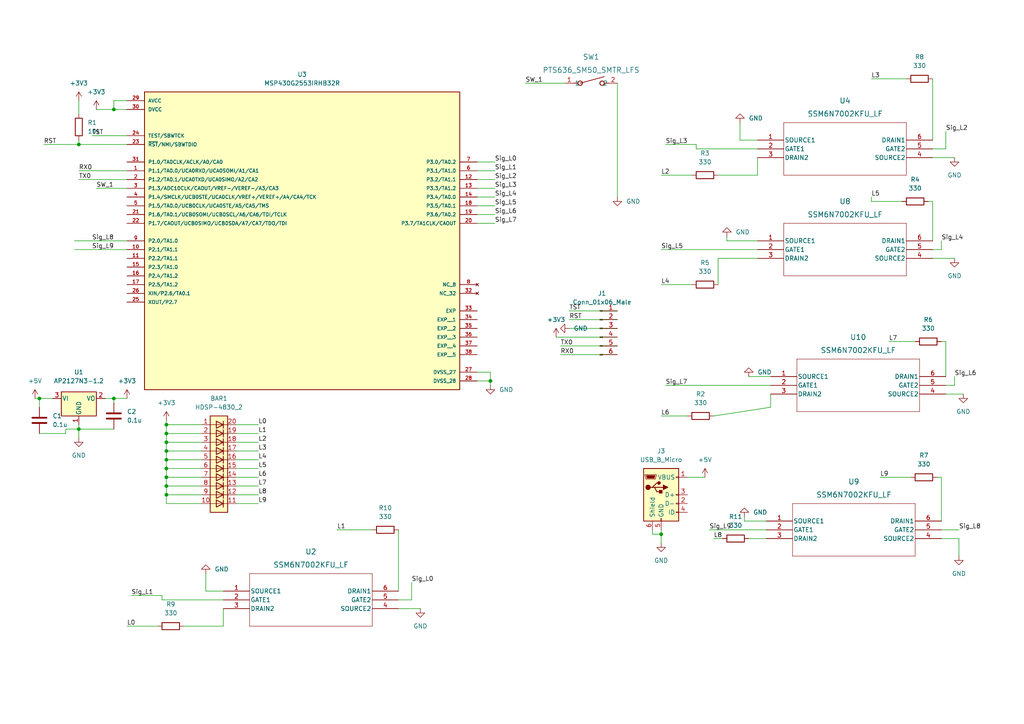
<source format=kicad_sch>
(kicad_sch (version 20211123) (generator eeschema)

  (uuid e63e39d7-6ac0-4ffd-8aa3-1841a4541b55)

  (paper "A4")

  (lib_symbols
    (symbol "2N7002_Dual:SSM6N7002KFU_LF" (pin_names (offset 0.254)) (in_bom yes) (on_board yes)
      (property "Reference" "U" (id 0) (at 25.4 10.16 0)
        (effects (font (size 1.524 1.524)))
      )
      (property "Value" "SSM6N7002KFU_LF" (id 1) (at 25.4 7.62 0)
        (effects (font (size 1.524 1.524)))
      )
      (property "Footprint" "SOT-363   US6_TOS" (id 2) (at 0 0 0)
        (effects (font (size 1.27 1.27) italic) hide)
      )
      (property "Datasheet" "SSM6N7002KFU_LF" (id 3) (at 0 0 0)
        (effects (font (size 1.27 1.27) italic) hide)
      )
      (property "ki_locked" "" (id 4) (at 0 0 0)
        (effects (font (size 1.27 1.27)))
      )
      (property "ki_keywords" "SSM6N7002KFU,LF" (id 5) (at 0 0 0)
        (effects (font (size 1.27 1.27)) hide)
      )
      (property "ki_fp_filters" "SOT-363 US6_TOS SOT-363 US6_TOS-M SOT-363 US6_TOS-L" (id 6) (at 0 0 0)
        (effects (font (size 1.27 1.27)) hide)
      )
      (symbol "SSM6N7002KFU_LF_0_1"
        (polyline
          (pts
            (xy 7.62 -10.16)
            (xy 43.18 -10.16)
          )
          (stroke (width 0.127) (type default) (color 0 0 0 0))
          (fill (type none))
        )
        (polyline
          (pts
            (xy 7.62 5.08)
            (xy 7.62 -10.16)
          )
          (stroke (width 0.127) (type default) (color 0 0 0 0))
          (fill (type none))
        )
        (polyline
          (pts
            (xy 43.18 -10.16)
            (xy 43.18 5.08)
          )
          (stroke (width 0.127) (type default) (color 0 0 0 0))
          (fill (type none))
        )
        (polyline
          (pts
            (xy 43.18 5.08)
            (xy 7.62 5.08)
          )
          (stroke (width 0.127) (type default) (color 0 0 0 0))
          (fill (type none))
        )
        (pin unspecified line (at 0 0 0) (length 7.62)
          (name "SOURCE1" (effects (font (size 1.27 1.27))))
          (number "1" (effects (font (size 1.27 1.27))))
        )
        (pin unspecified line (at 0 -2.54 0) (length 7.62)
          (name "GATE1" (effects (font (size 1.27 1.27))))
          (number "2" (effects (font (size 1.27 1.27))))
        )
        (pin unspecified line (at 0 -5.08 0) (length 7.62)
          (name "DRAIN2" (effects (font (size 1.27 1.27))))
          (number "3" (effects (font (size 1.27 1.27))))
        )
        (pin unspecified line (at 50.8 -5.08 180) (length 7.62)
          (name "SOURCE2" (effects (font (size 1.27 1.27))))
          (number "4" (effects (font (size 1.27 1.27))))
        )
        (pin unspecified line (at 50.8 -2.54 180) (length 7.62)
          (name "GATE2" (effects (font (size 1.27 1.27))))
          (number "5" (effects (font (size 1.27 1.27))))
        )
        (pin unspecified line (at 50.8 0 180) (length 7.62)
          (name "DRAIN1" (effects (font (size 1.27 1.27))))
          (number "6" (effects (font (size 1.27 1.27))))
        )
      )
    )
    (symbol "Connector:Conn_01x06_Male" (pin_names (offset 1.016) hide) (in_bom yes) (on_board yes)
      (property "Reference" "J" (id 0) (at 0 7.62 0)
        (effects (font (size 1.27 1.27)))
      )
      (property "Value" "Conn_01x06_Male" (id 1) (at 0 -10.16 0)
        (effects (font (size 1.27 1.27)))
      )
      (property "Footprint" "" (id 2) (at 0 0 0)
        (effects (font (size 1.27 1.27)) hide)
      )
      (property "Datasheet" "~" (id 3) (at 0 0 0)
        (effects (font (size 1.27 1.27)) hide)
      )
      (property "ki_keywords" "connector" (id 4) (at 0 0 0)
        (effects (font (size 1.27 1.27)) hide)
      )
      (property "ki_description" "Generic connector, single row, 01x06, script generated (kicad-library-utils/schlib/autogen/connector/)" (id 5) (at 0 0 0)
        (effects (font (size 1.27 1.27)) hide)
      )
      (property "ki_fp_filters" "Connector*:*_1x??_*" (id 6) (at 0 0 0)
        (effects (font (size 1.27 1.27)) hide)
      )
      (symbol "Conn_01x06_Male_1_1"
        (polyline
          (pts
            (xy 1.27 -7.62)
            (xy 0.8636 -7.62)
          )
          (stroke (width 0.1524) (type default) (color 0 0 0 0))
          (fill (type none))
        )
        (polyline
          (pts
            (xy 1.27 -5.08)
            (xy 0.8636 -5.08)
          )
          (stroke (width 0.1524) (type default) (color 0 0 0 0))
          (fill (type none))
        )
        (polyline
          (pts
            (xy 1.27 -2.54)
            (xy 0.8636 -2.54)
          )
          (stroke (width 0.1524) (type default) (color 0 0 0 0))
          (fill (type none))
        )
        (polyline
          (pts
            (xy 1.27 0)
            (xy 0.8636 0)
          )
          (stroke (width 0.1524) (type default) (color 0 0 0 0))
          (fill (type none))
        )
        (polyline
          (pts
            (xy 1.27 2.54)
            (xy 0.8636 2.54)
          )
          (stroke (width 0.1524) (type default) (color 0 0 0 0))
          (fill (type none))
        )
        (polyline
          (pts
            (xy 1.27 5.08)
            (xy 0.8636 5.08)
          )
          (stroke (width 0.1524) (type default) (color 0 0 0 0))
          (fill (type none))
        )
        (rectangle (start 0.8636 -7.493) (end 0 -7.747)
          (stroke (width 0.1524) (type default) (color 0 0 0 0))
          (fill (type outline))
        )
        (rectangle (start 0.8636 -4.953) (end 0 -5.207)
          (stroke (width 0.1524) (type default) (color 0 0 0 0))
          (fill (type outline))
        )
        (rectangle (start 0.8636 -2.413) (end 0 -2.667)
          (stroke (width 0.1524) (type default) (color 0 0 0 0))
          (fill (type outline))
        )
        (rectangle (start 0.8636 0.127) (end 0 -0.127)
          (stroke (width 0.1524) (type default) (color 0 0 0 0))
          (fill (type outline))
        )
        (rectangle (start 0.8636 2.667) (end 0 2.413)
          (stroke (width 0.1524) (type default) (color 0 0 0 0))
          (fill (type outline))
        )
        (rectangle (start 0.8636 5.207) (end 0 4.953)
          (stroke (width 0.1524) (type default) (color 0 0 0 0))
          (fill (type outline))
        )
        (pin passive line (at 5.08 5.08 180) (length 3.81)
          (name "Pin_1" (effects (font (size 1.27 1.27))))
          (number "1" (effects (font (size 1.27 1.27))))
        )
        (pin passive line (at 5.08 2.54 180) (length 3.81)
          (name "Pin_2" (effects (font (size 1.27 1.27))))
          (number "2" (effects (font (size 1.27 1.27))))
        )
        (pin passive line (at 5.08 0 180) (length 3.81)
          (name "Pin_3" (effects (font (size 1.27 1.27))))
          (number "3" (effects (font (size 1.27 1.27))))
        )
        (pin passive line (at 5.08 -2.54 180) (length 3.81)
          (name "Pin_4" (effects (font (size 1.27 1.27))))
          (number "4" (effects (font (size 1.27 1.27))))
        )
        (pin passive line (at 5.08 -5.08 180) (length 3.81)
          (name "Pin_5" (effects (font (size 1.27 1.27))))
          (number "5" (effects (font (size 1.27 1.27))))
        )
        (pin passive line (at 5.08 -7.62 180) (length 3.81)
          (name "Pin_6" (effects (font (size 1.27 1.27))))
          (number "6" (effects (font (size 1.27 1.27))))
        )
      )
    )
    (symbol "Connector:USB_B_Micro" (pin_names (offset 1.016)) (in_bom yes) (on_board yes)
      (property "Reference" "J" (id 0) (at -5.08 11.43 0)
        (effects (font (size 1.27 1.27)) (justify left))
      )
      (property "Value" "USB_B_Micro" (id 1) (at -5.08 8.89 0)
        (effects (font (size 1.27 1.27)) (justify left))
      )
      (property "Footprint" "" (id 2) (at 3.81 -1.27 0)
        (effects (font (size 1.27 1.27)) hide)
      )
      (property "Datasheet" "~" (id 3) (at 3.81 -1.27 0)
        (effects (font (size 1.27 1.27)) hide)
      )
      (property "ki_keywords" "connector USB micro" (id 4) (at 0 0 0)
        (effects (font (size 1.27 1.27)) hide)
      )
      (property "ki_description" "USB Micro Type B connector" (id 5) (at 0 0 0)
        (effects (font (size 1.27 1.27)) hide)
      )
      (property "ki_fp_filters" "USB*" (id 6) (at 0 0 0)
        (effects (font (size 1.27 1.27)) hide)
      )
      (symbol "USB_B_Micro_0_1"
        (rectangle (start -5.08 -7.62) (end 5.08 7.62)
          (stroke (width 0.254) (type default) (color 0 0 0 0))
          (fill (type background))
        )
        (circle (center -3.81 2.159) (radius 0.635)
          (stroke (width 0.254) (type default) (color 0 0 0 0))
          (fill (type outline))
        )
        (circle (center -0.635 3.429) (radius 0.381)
          (stroke (width 0.254) (type default) (color 0 0 0 0))
          (fill (type outline))
        )
        (rectangle (start -0.127 -7.62) (end 0.127 -6.858)
          (stroke (width 0) (type default) (color 0 0 0 0))
          (fill (type none))
        )
        (polyline
          (pts
            (xy -1.905 2.159)
            (xy 0.635 2.159)
          )
          (stroke (width 0.254) (type default) (color 0 0 0 0))
          (fill (type none))
        )
        (polyline
          (pts
            (xy -3.175 2.159)
            (xy -2.54 2.159)
            (xy -1.27 3.429)
            (xy -0.635 3.429)
          )
          (stroke (width 0.254) (type default) (color 0 0 0 0))
          (fill (type none))
        )
        (polyline
          (pts
            (xy -2.54 2.159)
            (xy -1.905 2.159)
            (xy -1.27 0.889)
            (xy 0 0.889)
          )
          (stroke (width 0.254) (type default) (color 0 0 0 0))
          (fill (type none))
        )
        (polyline
          (pts
            (xy 0.635 2.794)
            (xy 0.635 1.524)
            (xy 1.905 2.159)
            (xy 0.635 2.794)
          )
          (stroke (width 0.254) (type default) (color 0 0 0 0))
          (fill (type outline))
        )
        (polyline
          (pts
            (xy -4.318 5.588)
            (xy -1.778 5.588)
            (xy -2.032 4.826)
            (xy -4.064 4.826)
            (xy -4.318 5.588)
          )
          (stroke (width 0) (type default) (color 0 0 0 0))
          (fill (type outline))
        )
        (polyline
          (pts
            (xy -4.699 5.842)
            (xy -4.699 5.588)
            (xy -4.445 4.826)
            (xy -4.445 4.572)
            (xy -1.651 4.572)
            (xy -1.651 4.826)
            (xy -1.397 5.588)
            (xy -1.397 5.842)
            (xy -4.699 5.842)
          )
          (stroke (width 0) (type default) (color 0 0 0 0))
          (fill (type none))
        )
        (rectangle (start 0.254 1.27) (end -0.508 0.508)
          (stroke (width 0.254) (type default) (color 0 0 0 0))
          (fill (type outline))
        )
        (rectangle (start 5.08 -5.207) (end 4.318 -4.953)
          (stroke (width 0) (type default) (color 0 0 0 0))
          (fill (type none))
        )
        (rectangle (start 5.08 -2.667) (end 4.318 -2.413)
          (stroke (width 0) (type default) (color 0 0 0 0))
          (fill (type none))
        )
        (rectangle (start 5.08 -0.127) (end 4.318 0.127)
          (stroke (width 0) (type default) (color 0 0 0 0))
          (fill (type none))
        )
        (rectangle (start 5.08 4.953) (end 4.318 5.207)
          (stroke (width 0) (type default) (color 0 0 0 0))
          (fill (type none))
        )
      )
      (symbol "USB_B_Micro_1_1"
        (pin power_out line (at 7.62 5.08 180) (length 2.54)
          (name "VBUS" (effects (font (size 1.27 1.27))))
          (number "1" (effects (font (size 1.27 1.27))))
        )
        (pin bidirectional line (at 7.62 -2.54 180) (length 2.54)
          (name "D-" (effects (font (size 1.27 1.27))))
          (number "2" (effects (font (size 1.27 1.27))))
        )
        (pin bidirectional line (at 7.62 0 180) (length 2.54)
          (name "D+" (effects (font (size 1.27 1.27))))
          (number "3" (effects (font (size 1.27 1.27))))
        )
        (pin passive line (at 7.62 -5.08 180) (length 2.54)
          (name "ID" (effects (font (size 1.27 1.27))))
          (number "4" (effects (font (size 1.27 1.27))))
        )
        (pin power_out line (at 0 -10.16 90) (length 2.54)
          (name "GND" (effects (font (size 1.27 1.27))))
          (number "5" (effects (font (size 1.27 1.27))))
        )
        (pin passive line (at -2.54 -10.16 90) (length 2.54)
          (name "Shield" (effects (font (size 1.27 1.27))))
          (number "6" (effects (font (size 1.27 1.27))))
        )
      )
    )
    (symbol "Device:C" (pin_numbers hide) (pin_names (offset 0.254)) (in_bom yes) (on_board yes)
      (property "Reference" "C" (id 0) (at 0.635 2.54 0)
        (effects (font (size 1.27 1.27)) (justify left))
      )
      (property "Value" "C" (id 1) (at 0.635 -2.54 0)
        (effects (font (size 1.27 1.27)) (justify left))
      )
      (property "Footprint" "" (id 2) (at 0.9652 -3.81 0)
        (effects (font (size 1.27 1.27)) hide)
      )
      (property "Datasheet" "~" (id 3) (at 0 0 0)
        (effects (font (size 1.27 1.27)) hide)
      )
      (property "ki_keywords" "cap capacitor" (id 4) (at 0 0 0)
        (effects (font (size 1.27 1.27)) hide)
      )
      (property "ki_description" "Unpolarized capacitor" (id 5) (at 0 0 0)
        (effects (font (size 1.27 1.27)) hide)
      )
      (property "ki_fp_filters" "C_*" (id 6) (at 0 0 0)
        (effects (font (size 1.27 1.27)) hide)
      )
      (symbol "C_0_1"
        (polyline
          (pts
            (xy -2.032 -0.762)
            (xy 2.032 -0.762)
          )
          (stroke (width 0.508) (type default) (color 0 0 0 0))
          (fill (type none))
        )
        (polyline
          (pts
            (xy -2.032 0.762)
            (xy 2.032 0.762)
          )
          (stroke (width 0.508) (type default) (color 0 0 0 0))
          (fill (type none))
        )
      )
      (symbol "C_1_1"
        (pin passive line (at 0 3.81 270) (length 2.794)
          (name "~" (effects (font (size 1.27 1.27))))
          (number "1" (effects (font (size 1.27 1.27))))
        )
        (pin passive line (at 0 -3.81 90) (length 2.794)
          (name "~" (effects (font (size 1.27 1.27))))
          (number "2" (effects (font (size 1.27 1.27))))
        )
      )
    )
    (symbol "Device:R" (pin_numbers hide) (pin_names (offset 0)) (in_bom yes) (on_board yes)
      (property "Reference" "R" (id 0) (at 2.032 0 90)
        (effects (font (size 1.27 1.27)))
      )
      (property "Value" "R" (id 1) (at 0 0 90)
        (effects (font (size 1.27 1.27)))
      )
      (property "Footprint" "" (id 2) (at -1.778 0 90)
        (effects (font (size 1.27 1.27)) hide)
      )
      (property "Datasheet" "~" (id 3) (at 0 0 0)
        (effects (font (size 1.27 1.27)) hide)
      )
      (property "ki_keywords" "R res resistor" (id 4) (at 0 0 0)
        (effects (font (size 1.27 1.27)) hide)
      )
      (property "ki_description" "Resistor" (id 5) (at 0 0 0)
        (effects (font (size 1.27 1.27)) hide)
      )
      (property "ki_fp_filters" "R_*" (id 6) (at 0 0 0)
        (effects (font (size 1.27 1.27)) hide)
      )
      (symbol "R_0_1"
        (rectangle (start -1.016 -2.54) (end 1.016 2.54)
          (stroke (width 0.254) (type default) (color 0 0 0 0))
          (fill (type none))
        )
      )
      (symbol "R_1_1"
        (pin passive line (at 0 3.81 270) (length 1.27)
          (name "~" (effects (font (size 1.27 1.27))))
          (number "1" (effects (font (size 1.27 1.27))))
        )
        (pin passive line (at 0 -3.81 90) (length 1.27)
          (name "~" (effects (font (size 1.27 1.27))))
          (number "2" (effects (font (size 1.27 1.27))))
        )
      )
    )
    (symbol "LED:HDSP-4830_2" (pin_names (offset 1.016) hide) (in_bom yes) (on_board yes)
      (property "Reference" "BAR" (id 0) (at 0 15.24 0)
        (effects (font (size 1.27 1.27)))
      )
      (property "Value" "HDSP-4830_2" (id 1) (at 0 -17.78 0)
        (effects (font (size 1.27 1.27)))
      )
      (property "Footprint" "Display:HDSP-4830" (id 2) (at 0 -20.32 0)
        (effects (font (size 1.27 1.27)) hide)
      )
      (property "Datasheet" "https://docs.broadcom.com/docs/AV02-1798EN" (id 3) (at -50.8 5.08 0)
        (effects (font (size 1.27 1.27)) hide)
      )
      (property "ki_keywords" "display LED array" (id 4) (at 0 0 0)
        (effects (font (size 1.27 1.27)) hide)
      )
      (property "ki_description" "BAR GRAPH 10 segment block, high efficiency red" (id 5) (at 0 0 0)
        (effects (font (size 1.27 1.27)) hide)
      )
      (property "ki_fp_filters" "HDSP?48*" (id 6) (at 0 0 0)
        (effects (font (size 1.27 1.27)) hide)
      )
      (symbol "HDSP-4830_2_0_1"
        (rectangle (start -2.54 12.7) (end 2.54 -15.24)
          (stroke (width 0.254) (type default) (color 0 0 0 0))
          (fill (type background))
        )
        (polyline
          (pts
            (xy -2.54 -12.7)
            (xy 2.54 -12.7)
          )
          (stroke (width 0) (type default) (color 0 0 0 0))
          (fill (type none))
        )
        (polyline
          (pts
            (xy -2.54 -10.16)
            (xy 2.54 -10.16)
          )
          (stroke (width 0) (type default) (color 0 0 0 0))
          (fill (type none))
        )
        (polyline
          (pts
            (xy -2.54 -7.62)
            (xy 2.54 -7.62)
          )
          (stroke (width 0) (type default) (color 0 0 0 0))
          (fill (type none))
        )
        (polyline
          (pts
            (xy -2.54 -5.08)
            (xy 2.54 -5.08)
          )
          (stroke (width 0) (type default) (color 0 0 0 0))
          (fill (type none))
        )
        (polyline
          (pts
            (xy -2.54 0)
            (xy 2.54 0)
          )
          (stroke (width 0) (type default) (color 0 0 0 0))
          (fill (type none))
        )
        (polyline
          (pts
            (xy -2.54 5.08)
            (xy 2.54 5.08)
          )
          (stroke (width 0) (type default) (color 0 0 0 0))
          (fill (type none))
        )
        (polyline
          (pts
            (xy -2.54 7.62)
            (xy 2.54 7.62)
          )
          (stroke (width 0) (type default) (color 0 0 0 0))
          (fill (type none))
        )
        (polyline
          (pts
            (xy -2.54 10.16)
            (xy 2.54 10.16)
          )
          (stroke (width 0) (type default) (color 0 0 0 0))
          (fill (type none))
        )
        (polyline
          (pts
            (xy 1.27 -11.684)
            (xy 1.27 -13.716)
          )
          (stroke (width 0.254) (type default) (color 0 0 0 0))
          (fill (type none))
        )
        (polyline
          (pts
            (xy 1.27 -9.144)
            (xy 1.27 -11.176)
          )
          (stroke (width 0.254) (type default) (color 0 0 0 0))
          (fill (type none))
        )
        (polyline
          (pts
            (xy 1.27 -6.604)
            (xy 1.27 -8.636)
          )
          (stroke (width 0.254) (type default) (color 0 0 0 0))
          (fill (type none))
        )
        (polyline
          (pts
            (xy 1.27 -4.064)
            (xy 1.27 -6.096)
          )
          (stroke (width 0.254) (type default) (color 0 0 0 0))
          (fill (type none))
        )
        (polyline
          (pts
            (xy 1.27 -1.524)
            (xy 1.27 -3.556)
          )
          (stroke (width 0.254) (type default) (color 0 0 0 0))
          (fill (type none))
        )
        (polyline
          (pts
            (xy 1.27 1.016)
            (xy 1.27 -1.016)
          )
          (stroke (width 0.254) (type default) (color 0 0 0 0))
          (fill (type none))
        )
        (polyline
          (pts
            (xy 1.27 3.556)
            (xy 1.27 1.524)
          )
          (stroke (width 0.254) (type default) (color 0 0 0 0))
          (fill (type none))
        )
        (polyline
          (pts
            (xy 1.27 6.096)
            (xy 1.27 4.064)
          )
          (stroke (width 0.254) (type default) (color 0 0 0 0))
          (fill (type none))
        )
        (polyline
          (pts
            (xy 1.27 8.636)
            (xy 1.27 6.604)
          )
          (stroke (width 0.254) (type default) (color 0 0 0 0))
          (fill (type none))
        )
        (polyline
          (pts
            (xy 1.27 11.176)
            (xy 1.27 9.144)
          )
          (stroke (width 0.254) (type default) (color 0 0 0 0))
          (fill (type none))
        )
        (polyline
          (pts
            (xy 2.54 -2.54)
            (xy -2.54 -2.54)
          )
          (stroke (width 0) (type default) (color 0 0 0 0))
          (fill (type none))
        )
        (polyline
          (pts
            (xy 2.54 2.54)
            (xy -2.54 2.54)
          )
          (stroke (width 0) (type default) (color 0 0 0 0))
          (fill (type none))
        )
        (polyline
          (pts
            (xy -0.762 -11.684)
            (xy -0.762 -13.716)
            (xy 1.27 -12.7)
            (xy -0.762 -11.684)
          )
          (stroke (width 0.254) (type default) (color 0 0 0 0))
          (fill (type none))
        )
        (polyline
          (pts
            (xy -0.762 -9.144)
            (xy -0.762 -11.176)
            (xy 1.27 -10.16)
            (xy -0.762 -9.144)
          )
          (stroke (width 0.254) (type default) (color 0 0 0 0))
          (fill (type none))
        )
        (polyline
          (pts
            (xy -0.762 -6.604)
            (xy -0.762 -8.636)
            (xy 1.27 -7.62)
            (xy -0.762 -6.604)
          )
          (stroke (width 0.254) (type default) (color 0 0 0 0))
          (fill (type none))
        )
        (polyline
          (pts
            (xy -0.762 -4.064)
            (xy -0.762 -6.096)
            (xy 1.27 -5.08)
            (xy -0.762 -4.064)
          )
          (stroke (width 0.254) (type default) (color 0 0 0 0))
          (fill (type none))
        )
        (polyline
          (pts
            (xy -0.762 -1.524)
            (xy -0.762 -3.556)
            (xy 1.27 -2.54)
            (xy -0.762 -1.524)
          )
          (stroke (width 0.254) (type default) (color 0 0 0 0))
          (fill (type none))
        )
        (polyline
          (pts
            (xy -0.762 1.016)
            (xy -0.762 -1.016)
            (xy 1.27 0)
            (xy -0.762 1.016)
          )
          (stroke (width 0.254) (type default) (color 0 0 0 0))
          (fill (type none))
        )
        (polyline
          (pts
            (xy -0.762 3.556)
            (xy -0.762 1.524)
            (xy 1.27 2.54)
            (xy -0.762 3.556)
          )
          (stroke (width 0.254) (type default) (color 0 0 0 0))
          (fill (type none))
        )
        (polyline
          (pts
            (xy -0.762 6.096)
            (xy -0.762 4.064)
            (xy 1.27 5.08)
            (xy -0.762 6.096)
          )
          (stroke (width 0.254) (type default) (color 0 0 0 0))
          (fill (type none))
        )
        (polyline
          (pts
            (xy -0.762 8.636)
            (xy -0.762 6.604)
            (xy 1.27 7.62)
            (xy -0.762 8.636)
          )
          (stroke (width 0.254) (type default) (color 0 0 0 0))
          (fill (type none))
        )
        (polyline
          (pts
            (xy -0.762 11.176)
            (xy -0.762 9.144)
            (xy 1.27 10.16)
            (xy -0.762 11.176)
          )
          (stroke (width 0.254) (type default) (color 0 0 0 0))
          (fill (type none))
        )
      )
      (symbol "HDSP-4830_2_1_1"
        (pin passive line (at -5.08 10.16 0) (length 2.54)
          (name "A" (effects (font (size 1.27 1.27))))
          (number "1" (effects (font (size 1.27 1.27))))
        )
        (pin passive line (at -5.08 -12.7 0) (length 2.54)
          (name "A" (effects (font (size 1.27 1.27))))
          (number "10" (effects (font (size 1.27 1.27))))
        )
        (pin passive line (at 5.08 -12.7 180) (length 2.54)
          (name "K" (effects (font (size 1.27 1.27))))
          (number "11" (effects (font (size 1.27 1.27))))
        )
        (pin passive line (at 5.08 -10.16 180) (length 2.54)
          (name "K" (effects (font (size 1.27 1.27))))
          (number "12" (effects (font (size 1.27 1.27))))
        )
        (pin passive line (at 5.08 -7.62 180) (length 2.54)
          (name "K" (effects (font (size 1.27 1.27))))
          (number "13" (effects (font (size 1.27 1.27))))
        )
        (pin passive line (at 5.08 -5.08 180) (length 2.54)
          (name "K" (effects (font (size 1.27 1.27))))
          (number "14" (effects (font (size 1.27 1.27))))
        )
        (pin passive line (at 5.08 -2.54 180) (length 2.54)
          (name "K" (effects (font (size 1.27 1.27))))
          (number "15" (effects (font (size 1.27 1.27))))
        )
        (pin passive line (at 5.08 0 180) (length 2.54)
          (name "K" (effects (font (size 1.27 1.27))))
          (number "16" (effects (font (size 1.27 1.27))))
        )
        (pin passive line (at 5.08 2.54 180) (length 2.54)
          (name "K" (effects (font (size 1.27 1.27))))
          (number "17" (effects (font (size 1.27 1.27))))
        )
        (pin passive line (at 5.08 5.08 180) (length 2.54)
          (name "K" (effects (font (size 1.27 1.27))))
          (number "18" (effects (font (size 1.27 1.27))))
        )
        (pin passive line (at 5.08 7.62 180) (length 2.54)
          (name "K" (effects (font (size 1.27 1.27))))
          (number "19" (effects (font (size 1.27 1.27))))
        )
        (pin passive line (at -5.08 7.62 0) (length 2.54)
          (name "A" (effects (font (size 1.27 1.27))))
          (number "2" (effects (font (size 1.27 1.27))))
        )
        (pin passive line (at 5.08 10.16 180) (length 2.54)
          (name "K" (effects (font (size 1.27 1.27))))
          (number "20" (effects (font (size 1.27 1.27))))
        )
        (pin passive line (at -5.08 5.08 0) (length 2.54)
          (name "A" (effects (font (size 1.27 1.27))))
          (number "3" (effects (font (size 1.27 1.27))))
        )
        (pin passive line (at -5.08 2.54 0) (length 2.54)
          (name "A" (effects (font (size 1.27 1.27))))
          (number "4" (effects (font (size 1.27 1.27))))
        )
        (pin passive line (at -5.08 0 0) (length 2.54)
          (name "A" (effects (font (size 1.27 1.27))))
          (number "5" (effects (font (size 1.27 1.27))))
        )
        (pin passive line (at -5.08 -2.54 0) (length 2.54)
          (name "A" (effects (font (size 1.27 1.27))))
          (number "6" (effects (font (size 1.27 1.27))))
        )
        (pin passive line (at -5.08 -5.08 0) (length 2.54)
          (name "A" (effects (font (size 1.27 1.27))))
          (number "7" (effects (font (size 1.27 1.27))))
        )
        (pin passive line (at -5.08 -7.62 0) (length 2.54)
          (name "A" (effects (font (size 1.27 1.27))))
          (number "8" (effects (font (size 1.27 1.27))))
        )
        (pin passive line (at -5.08 -10.16 0) (length 2.54)
          (name "A" (effects (font (size 1.27 1.27))))
          (number "9" (effects (font (size 1.27 1.27))))
        )
      )
    )
    (symbol "MSP430G2553IRHB32R:MSP430G2553IRHB32R" (pin_names (offset 1.016)) (in_bom yes) (on_board yes)
      (property "Reference" "U" (id 0) (at -45.72 38.1 0)
        (effects (font (size 1.27 1.27)) (justify left bottom))
      )
      (property "Value" "MSP430G2553IRHB32R" (id 1) (at -45.72 -49.53 0)
        (effects (font (size 1.27 1.27)) (justify left bottom))
      )
      (property "Footprint" "IC_MSP430G2553IRHB32R" (id 2) (at 0 0 0)
        (effects (font (size 1.27 1.27)) (justify left bottom) hide)
      )
      (property "Datasheet" "" (id 3) (at 0 0 0)
        (effects (font (size 1.27 1.27)) (justify left bottom) hide)
      )
      (property "PARTREV" "4223442/B 08/2019" (id 4) (at 0 0 0)
        (effects (font (size 1.27 1.27)) (justify left bottom) hide)
      )
      (property "MAXIMUM_PACKAGE_HEIGHT" "1.00mm" (id 5) (at 0 0 0)
        (effects (font (size 1.27 1.27)) (justify left bottom) hide)
      )
      (property "STANDARD" "Manufacturer Recommendations" (id 6) (at 0 0 0)
        (effects (font (size 1.27 1.27)) (justify left bottom) hide)
      )
      (property "MANUFACTURER" "Texas Instruments" (id 7) (at 0 0 0)
        (effects (font (size 1.27 1.27)) (justify left bottom) hide)
      )
      (property "ki_locked" "" (id 8) (at 0 0 0)
        (effects (font (size 1.27 1.27)))
      )
      (symbol "MSP430G2553IRHB32R_0_0"
        (rectangle (start -45.72 -48.26) (end 45.72 38.1)
          (stroke (width 0.254) (type default) (color 0 0 0 0))
          (fill (type background))
        )
        (pin bidirectional line (at -50.8 15.24 0) (length 5.08)
          (name "P1.1/TA0.0/UCA0RXD/UCA0SOMI/A1/CA1" (effects (font (size 1.016 1.016))))
          (number "1" (effects (font (size 1.016 1.016))))
        )
        (pin bidirectional line (at -50.8 -7.62 0) (length 5.08)
          (name "P2.1/TA1.1" (effects (font (size 1.016 1.016))))
          (number "10" (effects (font (size 1.016 1.016))))
        )
        (pin bidirectional line (at -50.8 -10.16 0) (length 5.08)
          (name "P2.2/TA1.1" (effects (font (size 1.016 1.016))))
          (number "11" (effects (font (size 1.016 1.016))))
        )
        (pin bidirectional line (at 50.8 12.7 180) (length 5.08)
          (name "P3.2/TA1.1" (effects (font (size 1.016 1.016))))
          (number "12" (effects (font (size 1.016 1.016))))
        )
        (pin bidirectional line (at 50.8 10.16 180) (length 5.08)
          (name "P3.3/TA1.2" (effects (font (size 1.016 1.016))))
          (number "13" (effects (font (size 1.016 1.016))))
        )
        (pin bidirectional line (at 50.8 7.62 180) (length 5.08)
          (name "P3.4/TA0.0" (effects (font (size 1.016 1.016))))
          (number "14" (effects (font (size 1.016 1.016))))
        )
        (pin bidirectional line (at -50.8 -12.7 0) (length 5.08)
          (name "P2.3/TA1.0" (effects (font (size 1.016 1.016))))
          (number "15" (effects (font (size 1.016 1.016))))
        )
        (pin bidirectional line (at -50.8 -15.24 0) (length 5.08)
          (name "P2.4/TA1.2" (effects (font (size 1.016 1.016))))
          (number "16" (effects (font (size 1.016 1.016))))
        )
        (pin bidirectional line (at -50.8 -17.78 0) (length 5.08)
          (name "P2.5/TA1.2" (effects (font (size 1.016 1.016))))
          (number "17" (effects (font (size 1.016 1.016))))
        )
        (pin bidirectional line (at 50.8 5.08 180) (length 5.08)
          (name "P3.5/TA0.1" (effects (font (size 1.016 1.016))))
          (number "18" (effects (font (size 1.016 1.016))))
        )
        (pin bidirectional line (at 50.8 2.54 180) (length 5.08)
          (name "P3.6/TA0.2" (effects (font (size 1.016 1.016))))
          (number "19" (effects (font (size 1.016 1.016))))
        )
        (pin bidirectional line (at -50.8 12.7 0) (length 5.08)
          (name "P1.2/TA0.1/UCA0TXD/UCA0SIMO/A2/CA2" (effects (font (size 1.016 1.016))))
          (number "2" (effects (font (size 1.016 1.016))))
        )
        (pin bidirectional line (at 50.8 0 180) (length 5.08)
          (name "P3.7/TA1CLK/CAOUT" (effects (font (size 1.016 1.016))))
          (number "20" (effects (font (size 1.016 1.016))))
        )
        (pin bidirectional line (at -50.8 2.54 0) (length 5.08)
          (name "P1.6/TA0.1/UCB0SOMI/UCB0SCL/A6/CA6/TDI/TCLK" (effects (font (size 1.016 1.016))))
          (number "21" (effects (font (size 1.016 1.016))))
        )
        (pin bidirectional line (at -50.8 0 0) (length 5.08)
          (name "P1.7/CAOUT/UCB0SIMO/UCB0SDA/A7/CA7/TDO/TDI" (effects (font (size 1.016 1.016))))
          (number "22" (effects (font (size 1.016 1.016))))
        )
        (pin input line (at -50.8 22.86 0) (length 5.08)
          (name "~{RST}/NMI/SBWTDIO" (effects (font (size 1.016 1.016))))
          (number "23" (effects (font (size 1.016 1.016))))
        )
        (pin input line (at -50.8 25.4 0) (length 5.08)
          (name "TEST/SBWTCK" (effects (font (size 1.016 1.016))))
          (number "24" (effects (font (size 1.016 1.016))))
        )
        (pin bidirectional line (at -50.8 -22.86 0) (length 5.08)
          (name "XOUT/P2.7" (effects (font (size 1.016 1.016))))
          (number "25" (effects (font (size 1.016 1.016))))
        )
        (pin bidirectional line (at -50.8 -20.32 0) (length 5.08)
          (name "XIN/P2.6/TA0.1" (effects (font (size 1.016 1.016))))
          (number "26" (effects (font (size 1.016 1.016))))
        )
        (pin power_in line (at 50.8 -43.18 180) (length 5.08)
          (name "DVSS_27" (effects (font (size 1.016 1.016))))
          (number "27" (effects (font (size 1.016 1.016))))
        )
        (pin power_in line (at 50.8 -45.72 180) (length 5.08)
          (name "DVSS_28" (effects (font (size 1.016 1.016))))
          (number "28" (effects (font (size 1.016 1.016))))
        )
        (pin power_in line (at -50.8 35.56 0) (length 5.08)
          (name "AVCC" (effects (font (size 1.016 1.016))))
          (number "29" (effects (font (size 1.016 1.016))))
        )
        (pin bidirectional line (at -50.8 10.16 0) (length 5.08)
          (name "P1.3/ADC10CLK/CAOUT/VREF-/VEREF-/A3/CA3" (effects (font (size 1.016 1.016))))
          (number "3" (effects (font (size 1.016 1.016))))
        )
        (pin power_in line (at -50.8 33.02 0) (length 5.08)
          (name "DVCC" (effects (font (size 1.016 1.016))))
          (number "30" (effects (font (size 1.016 1.016))))
        )
        (pin bidirectional line (at -50.8 17.78 0) (length 5.08)
          (name "P1.0/TA0CLK/ACLK/A0/CA0" (effects (font (size 1.016 1.016))))
          (number "31" (effects (font (size 1.016 1.016))))
        )
        (pin no_connect line (at 50.8 -20.32 180) (length 5.08)
          (name "NC_32" (effects (font (size 1.016 1.016))))
          (number "32" (effects (font (size 1.016 1.016))))
        )
        (pin passive line (at 50.8 -25.4 180) (length 5.08)
          (name "EXP" (effects (font (size 1.016 1.016))))
          (number "33" (effects (font (size 1.016 1.016))))
        )
        (pin passive line (at 50.8 -27.94 180) (length 5.08)
          (name "EXP__1" (effects (font (size 1.016 1.016))))
          (number "34" (effects (font (size 1.016 1.016))))
        )
        (pin passive line (at 50.8 -30.48 180) (length 5.08)
          (name "EXP__2" (effects (font (size 1.016 1.016))))
          (number "35" (effects (font (size 1.016 1.016))))
        )
        (pin passive line (at 50.8 -33.02 180) (length 5.08)
          (name "EXP__3" (effects (font (size 1.016 1.016))))
          (number "36" (effects (font (size 1.016 1.016))))
        )
        (pin passive line (at 50.8 -35.56 180) (length 5.08)
          (name "EXP__4" (effects (font (size 1.016 1.016))))
          (number "37" (effects (font (size 1.016 1.016))))
        )
        (pin passive line (at 50.8 -38.1 180) (length 5.08)
          (name "EXP__5" (effects (font (size 1.016 1.016))))
          (number "38" (effects (font (size 1.016 1.016))))
        )
        (pin bidirectional line (at -50.8 7.62 0) (length 5.08)
          (name "P1.4/SMCLK/UCB0STE/UCA0CLK/VREF+/VEREF+/A4/CA4/TCK" (effects (font (size 1.016 1.016))))
          (number "4" (effects (font (size 1.016 1.016))))
        )
        (pin bidirectional line (at -50.8 5.08 0) (length 5.08)
          (name "P1.5/TA0.0/UCB0CLK/UCA0STE/A5/CA5/TMS" (effects (font (size 1.016 1.016))))
          (number "5" (effects (font (size 1.016 1.016))))
        )
        (pin bidirectional line (at 50.8 15.24 180) (length 5.08)
          (name "P3.1/TA1.0" (effects (font (size 1.016 1.016))))
          (number "6" (effects (font (size 1.016 1.016))))
        )
        (pin bidirectional line (at 50.8 17.78 180) (length 5.08)
          (name "P3.0/TA0.2" (effects (font (size 1.016 1.016))))
          (number "7" (effects (font (size 1.016 1.016))))
        )
        (pin no_connect line (at 50.8 -17.78 180) (length 5.08)
          (name "NC_8" (effects (font (size 1.016 1.016))))
          (number "8" (effects (font (size 1.016 1.016))))
        )
        (pin bidirectional line (at -50.8 -5.08 0) (length 5.08)
          (name "P2.0/TA1.0" (effects (font (size 1.016 1.016))))
          (number "9" (effects (font (size 1.016 1.016))))
        )
      )
    )
    (symbol "Regulator_Linear:AP2127N3-1.2" (pin_names (offset 0.254)) (in_bom yes) (on_board yes)
      (property "Reference" "U" (id 0) (at -3.81 3.175 0)
        (effects (font (size 1.27 1.27)))
      )
      (property "Value" "AP2127N3-1.2" (id 1) (at 0 3.175 0)
        (effects (font (size 1.27 1.27)) (justify left))
      )
      (property "Footprint" "Package_TO_SOT_SMD:TSOT-23" (id 2) (at 0 5.715 0)
        (effects (font (size 1.27 1.27) italic) hide)
      )
      (property "Datasheet" "https://www.diodes.com/assets/Datasheets/AP2127.pdf" (id 3) (at 0 0 0)
        (effects (font (size 1.27 1.27)) hide)
      )
      (property "ki_keywords" "linear regulator ldo fixed positive" (id 4) (at 0 0 0)
        (effects (font (size 1.27 1.27)) hide)
      )
      (property "ki_description" "300mA low dropout linear regulator, shutdown pin, 2.5V-6V input voltage, 1.2V fixed positive output, SOT-23-3 package" (id 5) (at 0 0 0)
        (effects (font (size 1.27 1.27)) hide)
      )
      (property "ki_fp_filters" "TSOT?23*" (id 6) (at 0 0 0)
        (effects (font (size 1.27 1.27)) hide)
      )
      (symbol "AP2127N3-1.2_0_1"
        (rectangle (start -5.08 1.905) (end 5.08 -5.08)
          (stroke (width 0.254) (type default) (color 0 0 0 0))
          (fill (type background))
        )
      )
      (symbol "AP2127N3-1.2_1_1"
        (pin power_in line (at 0 -7.62 90) (length 2.54)
          (name "GND" (effects (font (size 1.27 1.27))))
          (number "1" (effects (font (size 1.27 1.27))))
        )
        (pin power_out line (at 7.62 0 180) (length 2.54)
          (name "VO" (effects (font (size 1.27 1.27))))
          (number "2" (effects (font (size 1.27 1.27))))
        )
        (pin power_in line (at -7.62 0 0) (length 2.54)
          (name "VI" (effects (font (size 1.27 1.27))))
          (number "3" (effects (font (size 1.27 1.27))))
        )
      )
    )
    (symbol "SPST_SMD:PTS636_SM50_SMTR_LFS" (pin_names (offset 0.254)) (in_bom yes) (on_board yes)
      (property "Reference" "SW" (id 0) (at 7.62 3.81 0)
        (effects (font (size 1.524 1.524)))
      )
      (property "Value" "PTS636 SM50 SMTR LFS" (id 1) (at 0 0 0)
        (effects (font (size 1.524 1.524)))
      )
      (property "Footprint" "SW_PTS636_SMT-G_5_CNK" (id 2) (at 0 0 0)
        (effects (font (size 1.27 1.27) italic) hide)
      )
      (property "Datasheet" "PTS636 SM50 SMTR LFS" (id 3) (at 0 0 0)
        (effects (font (size 1.27 1.27) italic) hide)
      )
      (property "ki_locked" "" (id 4) (at 0 0 0)
        (effects (font (size 1.27 1.27)))
      )
      (property "ki_keywords" "PTS636 SM50 SMTR LFS" (id 5) (at 0 0 0)
        (effects (font (size 1.27 1.27)) hide)
      )
      (property "ki_fp_filters" "SW_PTS636_SMT-G_5_CNK" (id 6) (at 0 0 0)
        (effects (font (size 1.27 1.27)) hide)
      )
      (symbol "PTS636_SM50_SMTR_LFS_0_1"
        (polyline
          (pts
            (xy 2.54 0)
            (xy 3.81 0)
          )
          (stroke (width 0.2032) (type default) (color 0 0 0 0))
          (fill (type none))
        )
        (polyline
          (pts
            (xy 4.445 0)
            (xy 11.43 1.905)
          )
          (stroke (width 0.2032) (type default) (color 0 0 0 0))
          (fill (type none))
        )
        (polyline
          (pts
            (xy 12.7 0)
            (xy 11.43 0)
          )
          (stroke (width 0.2032) (type default) (color 0 0 0 0))
          (fill (type none))
        )
        (circle (center 4.445 0) (radius 0.635)
          (stroke (width 0.254) (type default) (color 0 0 0 0))
          (fill (type none))
        )
        (circle (center 10.795 0) (radius 0.635)
          (stroke (width 0.254) (type default) (color 0 0 0 0))
          (fill (type none))
        )
        (pin unspecified line (at 0 0 0) (length 2.54)
          (name "1" (effects (font (size 1.27 1.27))))
          (number "1" (effects (font (size 1.27 1.27))))
        )
        (pin unspecified line (at 15.24 0 180) (length 2.54)
          (name "2" (effects (font (size 1.27 1.27))))
          (number "2" (effects (font (size 1.27 1.27))))
        )
      )
    )
    (symbol "power:+3.3V" (power) (pin_names (offset 0)) (in_bom yes) (on_board yes)
      (property "Reference" "#PWR" (id 0) (at 0 -3.81 0)
        (effects (font (size 1.27 1.27)) hide)
      )
      (property "Value" "+3.3V" (id 1) (at 0 3.556 0)
        (effects (font (size 1.27 1.27)))
      )
      (property "Footprint" "" (id 2) (at 0 0 0)
        (effects (font (size 1.27 1.27)) hide)
      )
      (property "Datasheet" "" (id 3) (at 0 0 0)
        (effects (font (size 1.27 1.27)) hide)
      )
      (property "ki_keywords" "power-flag" (id 4) (at 0 0 0)
        (effects (font (size 1.27 1.27)) hide)
      )
      (property "ki_description" "Power symbol creates a global label with name \"+3.3V\"" (id 5) (at 0 0 0)
        (effects (font (size 1.27 1.27)) hide)
      )
      (symbol "+3.3V_0_1"
        (polyline
          (pts
            (xy -0.762 1.27)
            (xy 0 2.54)
          )
          (stroke (width 0) (type default) (color 0 0 0 0))
          (fill (type none))
        )
        (polyline
          (pts
            (xy 0 0)
            (xy 0 2.54)
          )
          (stroke (width 0) (type default) (color 0 0 0 0))
          (fill (type none))
        )
        (polyline
          (pts
            (xy 0 2.54)
            (xy 0.762 1.27)
          )
          (stroke (width 0) (type default) (color 0 0 0 0))
          (fill (type none))
        )
      )
      (symbol "+3.3V_1_1"
        (pin power_in line (at 0 0 90) (length 0) hide
          (name "+3V3" (effects (font (size 1.27 1.27))))
          (number "1" (effects (font (size 1.27 1.27))))
        )
      )
    )
    (symbol "power:+5V" (power) (pin_names (offset 0)) (in_bom yes) (on_board yes)
      (property "Reference" "#PWR" (id 0) (at 0 -3.81 0)
        (effects (font (size 1.27 1.27)) hide)
      )
      (property "Value" "+5V" (id 1) (at 0 3.556 0)
        (effects (font (size 1.27 1.27)))
      )
      (property "Footprint" "" (id 2) (at 0 0 0)
        (effects (font (size 1.27 1.27)) hide)
      )
      (property "Datasheet" "" (id 3) (at 0 0 0)
        (effects (font (size 1.27 1.27)) hide)
      )
      (property "ki_keywords" "power-flag" (id 4) (at 0 0 0)
        (effects (font (size 1.27 1.27)) hide)
      )
      (property "ki_description" "Power symbol creates a global label with name \"+5V\"" (id 5) (at 0 0 0)
        (effects (font (size 1.27 1.27)) hide)
      )
      (symbol "+5V_0_1"
        (polyline
          (pts
            (xy -0.762 1.27)
            (xy 0 2.54)
          )
          (stroke (width 0) (type default) (color 0 0 0 0))
          (fill (type none))
        )
        (polyline
          (pts
            (xy 0 0)
            (xy 0 2.54)
          )
          (stroke (width 0) (type default) (color 0 0 0 0))
          (fill (type none))
        )
        (polyline
          (pts
            (xy 0 2.54)
            (xy 0.762 1.27)
          )
          (stroke (width 0) (type default) (color 0 0 0 0))
          (fill (type none))
        )
      )
      (symbol "+5V_1_1"
        (pin power_in line (at 0 0 90) (length 0) hide
          (name "+5V" (effects (font (size 1.27 1.27))))
          (number "1" (effects (font (size 1.27 1.27))))
        )
      )
    )
    (symbol "power:GND" (power) (pin_names (offset 0)) (in_bom yes) (on_board yes)
      (property "Reference" "#PWR" (id 0) (at 0 -6.35 0)
        (effects (font (size 1.27 1.27)) hide)
      )
      (property "Value" "GND" (id 1) (at 0 -3.81 0)
        (effects (font (size 1.27 1.27)))
      )
      (property "Footprint" "" (id 2) (at 0 0 0)
        (effects (font (size 1.27 1.27)) hide)
      )
      (property "Datasheet" "" (id 3) (at 0 0 0)
        (effects (font (size 1.27 1.27)) hide)
      )
      (property "ki_keywords" "power-flag" (id 4) (at 0 0 0)
        (effects (font (size 1.27 1.27)) hide)
      )
      (property "ki_description" "Power symbol creates a global label with name \"GND\" , ground" (id 5) (at 0 0 0)
        (effects (font (size 1.27 1.27)) hide)
      )
      (symbol "GND_0_1"
        (polyline
          (pts
            (xy 0 0)
            (xy 0 -1.27)
            (xy 1.27 -1.27)
            (xy 0 -2.54)
            (xy -1.27 -1.27)
            (xy 0 -1.27)
          )
          (stroke (width 0) (type default) (color 0 0 0 0))
          (fill (type none))
        )
      )
      (symbol "GND_1_1"
        (pin power_in line (at 0 0 270) (length 0) hide
          (name "GND" (effects (font (size 1.27 1.27))))
          (number "1" (effects (font (size 1.27 1.27))))
        )
      )
    )
  )

  (junction (at 48.26 123.19) (diameter 0) (color 0 0 0 0)
    (uuid 02849633-6772-4ab4-9555-69a6fdd47ca4)
  )
  (junction (at 48.26 138.43) (diameter 0) (color 0 0 0 0)
    (uuid 1522bbef-08d5-40ff-8c97-59ed347fab1d)
  )
  (junction (at 48.26 133.35) (diameter 0) (color 0 0 0 0)
    (uuid 21b13693-32c2-4b11-955a-bc76803e6dbb)
  )
  (junction (at 33.02 31.75) (diameter 0) (color 0 0 0 0)
    (uuid 25753715-ca8d-46af-94cc-09730e9741f7)
  )
  (junction (at 48.26 143.51) (diameter 0) (color 0 0 0 0)
    (uuid 3ff94a68-ed41-4c17-b783-23a22e3d45b1)
  )
  (junction (at 11.43 115.57) (diameter 0) (color 0 0 0 0)
    (uuid 4884db2d-6d05-4088-ad82-00b113150906)
  )
  (junction (at 48.26 130.81) (diameter 0) (color 0 0 0 0)
    (uuid 48c6458e-80d6-44de-acd0-c62f94920c8f)
  )
  (junction (at 191.77 154.94) (diameter 0) (color 0 0 0 0)
    (uuid 4b2d8d1b-03b1-4b42-92cb-5f666ebf91d5)
  )
  (junction (at 22.86 124.46) (diameter 0) (color 0 0 0 0)
    (uuid 55218f89-06fd-44b7-a96e-f7dd1459956b)
  )
  (junction (at 48.26 125.73) (diameter 0) (color 0 0 0 0)
    (uuid 5fe607e7-02f3-4811-9d6a-d15b8b0e0523)
  )
  (junction (at 48.26 135.89) (diameter 0) (color 0 0 0 0)
    (uuid 7047dd5d-c51d-4db0-bdf7-4c299a3daeaa)
  )
  (junction (at 48.26 128.27) (diameter 0) (color 0 0 0 0)
    (uuid 7c1e9f24-3b01-4b6f-a94b-2ef914bded9a)
  )
  (junction (at 33.02 115.57) (diameter 0) (color 0 0 0 0)
    (uuid b2bf3715-84e7-4ab9-a081-79148cd0f290)
  )
  (junction (at 48.26 140.97) (diameter 0) (color 0 0 0 0)
    (uuid c5be3710-778c-4eca-9368-502b285823ca)
  )
  (junction (at 142.24 110.49) (diameter 0) (color 0 0 0 0)
    (uuid ed6fc63b-5609-45b5-bddc-b1b76b29a9ba)
  )
  (junction (at 22.86 41.91) (diameter 0) (color 0 0 0 0)
    (uuid fa42e114-0ccf-4762-a330-8e3b5ae135c5)
  )

  (wire (pts (xy 48.26 140.97) (xy 58.42 140.97))
    (stroke (width 0) (type default) (color 0 0 0 0))
    (uuid 024c084a-5491-477b-aaaa-12fcc1f15fe7)
  )
  (wire (pts (xy 207.01 156.21) (xy 209.55 156.21))
    (stroke (width 0) (type default) (color 0 0 0 0))
    (uuid 02663782-0139-4724-a240-0deca1d90217)
  )
  (wire (pts (xy 138.43 110.49) (xy 142.24 110.49))
    (stroke (width 0) (type default) (color 0 0 0 0))
    (uuid 028d873c-2ac6-4fee-bde4-8c59d06b0667)
  )
  (wire (pts (xy 205.74 153.67) (xy 222.25 153.67))
    (stroke (width 0) (type default) (color 0 0 0 0))
    (uuid 0336285c-41c5-48fc-9528-de8035762760)
  )
  (wire (pts (xy 33.02 29.21) (xy 33.02 31.75))
    (stroke (width 0) (type default) (color 0 0 0 0))
    (uuid 09fcc9a3-8e32-4587-9e11-74c6956194df)
  )
  (wire (pts (xy 48.26 143.51) (xy 58.42 143.51))
    (stroke (width 0) (type default) (color 0 0 0 0))
    (uuid 0b911308-4c30-4a7d-b447-9d601c144e07)
  )
  (wire (pts (xy 64.77 173.99) (xy 46.99 173.99))
    (stroke (width 0) (type default) (color 0 0 0 0))
    (uuid 0c2d8483-b264-47c2-a018-cf735c06da23)
  )
  (wire (pts (xy 191.77 154.94) (xy 191.77 157.48))
    (stroke (width 0) (type default) (color 0 0 0 0))
    (uuid 0cb2ad4f-f409-4a63-9129-3d0f5a0fd063)
  )
  (wire (pts (xy 208.28 82.55) (xy 208.28 74.93))
    (stroke (width 0) (type default) (color 0 0 0 0))
    (uuid 0d72f6be-c425-4b5b-870a-e51c77c74631)
  )
  (wire (pts (xy 68.58 138.43) (xy 74.93 138.43))
    (stroke (width 0) (type default) (color 0 0 0 0))
    (uuid 0d8b5be7-6d92-463d-8225-086d57207c1c)
  )
  (wire (pts (xy 68.58 140.97) (xy 74.93 140.97))
    (stroke (width 0) (type default) (color 0 0 0 0))
    (uuid 0ed65a33-d117-4276-af08-e42304b2e84b)
  )
  (wire (pts (xy 48.26 140.97) (xy 48.26 138.43))
    (stroke (width 0) (type default) (color 0 0 0 0))
    (uuid 10c57f7b-ebbd-4b42-a69c-b3e51b001af2)
  )
  (wire (pts (xy 261.62 58.42) (xy 252.73 58.42))
    (stroke (width 0) (type default) (color 0 0 0 0))
    (uuid 112b071f-4056-4a14-ada2-eb2055b8acec)
  )
  (wire (pts (xy 255.27 138.43) (xy 264.16 138.43))
    (stroke (width 0) (type default) (color 0 0 0 0))
    (uuid 13b8fdb6-b6c1-4fb3-adf7-4be32e254084)
  )
  (wire (pts (xy 210.82 69.85) (xy 219.71 69.85))
    (stroke (width 0) (type default) (color 0 0 0 0))
    (uuid 1452856b-ef18-4675-aa9e-32498b4dc47a)
  )
  (wire (pts (xy 46.99 173.99) (xy 46.99 172.72))
    (stroke (width 0) (type default) (color 0 0 0 0))
    (uuid 1537e094-d94a-4f3a-8da0-fbbad63b6195)
  )
  (wire (pts (xy 215.9 149.86) (xy 215.9 151.13))
    (stroke (width 0) (type default) (color 0 0 0 0))
    (uuid 1cdf38a5-e487-4ad5-a631-06c286946d4a)
  )
  (wire (pts (xy 274.32 114.3) (xy 279.4 114.3))
    (stroke (width 0) (type default) (color 0 0 0 0))
    (uuid 21762360-5ea9-4844-ab2a-39413eae0b9f)
  )
  (wire (pts (xy 219.71 43.18) (xy 201.93 43.18))
    (stroke (width 0) (type default) (color 0 0 0 0))
    (uuid 26ce8551-f598-40cb-a3ad-32383a929f54)
  )
  (wire (pts (xy 252.73 58.42) (xy 252.73 57.15))
    (stroke (width 0) (type default) (color 0 0 0 0))
    (uuid 294b5d83-d21b-428e-9e13-ddf1c5d42294)
  )
  (wire (pts (xy 48.26 138.43) (xy 58.42 138.43))
    (stroke (width 0) (type default) (color 0 0 0 0))
    (uuid 29f5bad4-8f53-48a0-a253-fbd4871d0713)
  )
  (wire (pts (xy 22.86 124.46) (xy 33.02 124.46))
    (stroke (width 0) (type default) (color 0 0 0 0))
    (uuid 2ab262a3-036c-4658-a98e-ea2597063137)
  )
  (wire (pts (xy 165.1 92.71) (xy 179.07 92.71))
    (stroke (width 0) (type default) (color 0 0 0 0))
    (uuid 2b480011-b2de-4e3f-a07d-b36fec05db6d)
  )
  (wire (pts (xy 217.17 156.21) (xy 222.25 156.21))
    (stroke (width 0) (type default) (color 0 0 0 0))
    (uuid 2c71dbb3-eafd-4ca1-b3ab-a87406c15419)
  )
  (wire (pts (xy 48.26 130.81) (xy 48.26 128.27))
    (stroke (width 0) (type default) (color 0 0 0 0))
    (uuid 2d91c262-eca1-4798-9031-e15ea7a53317)
  )
  (wire (pts (xy 193.04 111.76) (xy 223.52 111.76))
    (stroke (width 0) (type default) (color 0 0 0 0))
    (uuid 2dbf712f-460b-4e88-bdf3-2c54250b0ad8)
  )
  (wire (pts (xy 36.83 29.21) (xy 33.02 29.21))
    (stroke (width 0) (type default) (color 0 0 0 0))
    (uuid 2ddf9559-af64-465e-a98f-13693995a68d)
  )
  (wire (pts (xy 97.79 153.67) (xy 107.95 153.67))
    (stroke (width 0) (type default) (color 0 0 0 0))
    (uuid 33554528-2214-471f-97a6-c7dafa914052)
  )
  (wire (pts (xy 152.4 24.13) (xy 163.83 24.13))
    (stroke (width 0) (type default) (color 0 0 0 0))
    (uuid 36114af6-2f5f-45ae-9315-e14784aa7a92)
  )
  (wire (pts (xy 207.01 120.65) (xy 223.52 118.11))
    (stroke (width 0) (type default) (color 0 0 0 0))
    (uuid 3750450b-0008-4da2-ae65-efb967c7bb1e)
  )
  (wire (pts (xy 48.26 133.35) (xy 48.26 130.81))
    (stroke (width 0) (type default) (color 0 0 0 0))
    (uuid 3902c698-92d2-434e-a5d8-b428e4098f5b)
  )
  (wire (pts (xy 115.57 176.53) (xy 121.92 176.53))
    (stroke (width 0) (type default) (color 0 0 0 0))
    (uuid 398a1180-b8e2-4729-b2e2-c2599a1dd12a)
  )
  (wire (pts (xy 214.63 40.64) (xy 214.63 35.56))
    (stroke (width 0) (type default) (color 0 0 0 0))
    (uuid 3ae5d613-6008-426d-bcd8-198d3e20b478)
  )
  (wire (pts (xy 273.05 72.39) (xy 273.05 69.85))
    (stroke (width 0) (type default) (color 0 0 0 0))
    (uuid 3b57fd91-a889-46a9-be64-93acd825cbb3)
  )
  (wire (pts (xy 119.38 173.99) (xy 119.38 168.91))
    (stroke (width 0) (type default) (color 0 0 0 0))
    (uuid 3d56ce84-11d6-43a2-b6bc-11217e04688b)
  )
  (wire (pts (xy 274.32 99.06) (xy 274.32 109.22))
    (stroke (width 0) (type default) (color 0 0 0 0))
    (uuid 3e23f114-96a6-421a-a8e5-350ff5fecee9)
  )
  (wire (pts (xy 270.51 58.42) (xy 270.51 69.85))
    (stroke (width 0) (type default) (color 0 0 0 0))
    (uuid 3f0ac675-2072-4bf1-87bf-5373101c490f)
  )
  (wire (pts (xy 138.43 64.77) (xy 143.51 64.77))
    (stroke (width 0) (type default) (color 0 0 0 0))
    (uuid 467f4d35-e837-4d83-b51d-1612c6612c00)
  )
  (wire (pts (xy 68.58 133.35) (xy 74.93 133.35))
    (stroke (width 0) (type default) (color 0 0 0 0))
    (uuid 46b257f4-8f60-40d2-a6f2-4eef8804730c)
  )
  (wire (pts (xy 22.86 41.91) (xy 36.83 41.91))
    (stroke (width 0) (type default) (color 0 0 0 0))
    (uuid 47b77b12-08d4-4c6d-9333-7a82d9f00096)
  )
  (wire (pts (xy 189.23 153.67) (xy 189.23 154.94))
    (stroke (width 0) (type default) (color 0 0 0 0))
    (uuid 47c17136-0a26-47cb-aa16-d26b0d9374af)
  )
  (wire (pts (xy 210.82 68.58) (xy 210.82 69.85))
    (stroke (width 0) (type default) (color 0 0 0 0))
    (uuid 4b187bec-4ed4-4b48-8432-9f5372e327d3)
  )
  (wire (pts (xy 11.43 125.73) (xy 19.05 125.73))
    (stroke (width 0) (type default) (color 0 0 0 0))
    (uuid 4c2af7e1-fcaf-47c5-a77a-98a580923b35)
  )
  (wire (pts (xy 12.7 41.91) (xy 22.86 41.91))
    (stroke (width 0) (type default) (color 0 0 0 0))
    (uuid 4c595b32-c21e-487d-9175-f4b917601739)
  )
  (wire (pts (xy 142.24 107.95) (xy 142.24 110.49))
    (stroke (width 0) (type default) (color 0 0 0 0))
    (uuid 4dadfc8d-4622-411f-b4f7-32e6dbac9ce1)
  )
  (wire (pts (xy 223.52 114.3) (xy 223.52 118.11))
    (stroke (width 0) (type default) (color 0 0 0 0))
    (uuid 4e882293-2fb8-4c0d-b0f5-34bb76fd8f44)
  )
  (wire (pts (xy 68.58 128.27) (xy 74.93 128.27))
    (stroke (width 0) (type default) (color 0 0 0 0))
    (uuid 5164a5a7-904f-4d5c-a038-40668aead16e)
  )
  (wire (pts (xy 68.58 123.19) (xy 74.93 123.19))
    (stroke (width 0) (type default) (color 0 0 0 0))
    (uuid 526526aa-87c2-4c55-adba-7a875ad5a0f8)
  )
  (wire (pts (xy 138.43 62.23) (xy 143.51 62.23))
    (stroke (width 0) (type default) (color 0 0 0 0))
    (uuid 52b80b0b-64fc-40eb-992b-4605d4c7aae5)
  )
  (wire (pts (xy 142.24 110.49) (xy 142.24 111.76))
    (stroke (width 0) (type default) (color 0 0 0 0))
    (uuid 53b3fe99-7135-4457-804e-e83e611a3281)
  )
  (wire (pts (xy 48.26 146.05) (xy 48.26 143.51))
    (stroke (width 0) (type default) (color 0 0 0 0))
    (uuid 55040de0-0d8f-4b4d-bfb9-5166548cd749)
  )
  (wire (pts (xy 270.51 58.42) (xy 269.24 58.42))
    (stroke (width 0) (type default) (color 0 0 0 0))
    (uuid 589d48c3-5a05-4e0e-b5e0-1db08362c63b)
  )
  (wire (pts (xy 68.58 125.73) (xy 74.93 125.73))
    (stroke (width 0) (type default) (color 0 0 0 0))
    (uuid 5b89fe51-548f-45e2-96a0-8eb5421d5e35)
  )
  (wire (pts (xy 59.69 171.45) (xy 59.69 166.37))
    (stroke (width 0) (type default) (color 0 0 0 0))
    (uuid 5b9cf529-22d3-484b-b8de-acf2110bd3dc)
  )
  (wire (pts (xy 19.05 125.73) (xy 19.05 124.46))
    (stroke (width 0) (type default) (color 0 0 0 0))
    (uuid 5cf4e6b3-249d-4743-b379-c3b966e4f8a1)
  )
  (wire (pts (xy 273.05 138.43) (xy 273.05 151.13))
    (stroke (width 0) (type default) (color 0 0 0 0))
    (uuid 5fa08a67-eac2-4ccf-a697-dcb4bb836738)
  )
  (wire (pts (xy 179.07 24.13) (xy 179.07 57.15))
    (stroke (width 0) (type default) (color 0 0 0 0))
    (uuid 62968d35-bc4b-4e44-af99-6fe785b4dfdc)
  )
  (wire (pts (xy 48.26 135.89) (xy 58.42 135.89))
    (stroke (width 0) (type default) (color 0 0 0 0))
    (uuid 69784d2b-27ec-473c-bff7-da301639f7f8)
  )
  (wire (pts (xy 11.43 115.57) (xy 15.24 115.57))
    (stroke (width 0) (type default) (color 0 0 0 0))
    (uuid 6aa68452-943d-440a-b30f-a23e3ed5702e)
  )
  (wire (pts (xy 270.51 22.86) (xy 270.51 40.64))
    (stroke (width 0) (type default) (color 0 0 0 0))
    (uuid 6dfca863-24d6-4ed7-a246-1ada05feb413)
  )
  (wire (pts (xy 48.26 143.51) (xy 48.26 140.97))
    (stroke (width 0) (type default) (color 0 0 0 0))
    (uuid 6e0c0f96-f7a3-41aa-8294-7128a7910217)
  )
  (wire (pts (xy 215.9 151.13) (xy 222.25 151.13))
    (stroke (width 0) (type default) (color 0 0 0 0))
    (uuid 6f2514b7-a7c8-4823-a473-9d2f17574250)
  )
  (wire (pts (xy 68.58 146.05) (xy 74.93 146.05))
    (stroke (width 0) (type default) (color 0 0 0 0))
    (uuid 6f9b4f7e-277c-4701-bd50-c34a642e4a01)
  )
  (wire (pts (xy 48.26 125.73) (xy 48.26 123.19))
    (stroke (width 0) (type default) (color 0 0 0 0))
    (uuid 7118d6ae-66d7-442f-ab9f-b747e87f18de)
  )
  (wire (pts (xy 219.71 40.64) (xy 214.63 40.64))
    (stroke (width 0) (type default) (color 0 0 0 0))
    (uuid 739f5e34-eb14-49e0-ab5c-62d953c69b70)
  )
  (wire (pts (xy 33.02 115.57) (xy 33.02 116.84))
    (stroke (width 0) (type default) (color 0 0 0 0))
    (uuid 75925d64-2df2-4539-9371-da423361d297)
  )
  (wire (pts (xy 193.04 41.91) (xy 201.93 41.91))
    (stroke (width 0) (type default) (color 0 0 0 0))
    (uuid 77d0fdf6-ab08-4911-91ce-1fad3df4aa10)
  )
  (wire (pts (xy 33.02 115.57) (xy 36.83 115.57))
    (stroke (width 0) (type default) (color 0 0 0 0))
    (uuid 79caa35b-3fc8-4999-adf6-7aefc58dc2df)
  )
  (wire (pts (xy 30.48 115.57) (xy 33.02 115.57))
    (stroke (width 0) (type default) (color 0 0 0 0))
    (uuid 7ebe8cc1-1bee-40b9-9da3-ddfd6efe9a04)
  )
  (wire (pts (xy 22.86 49.53) (xy 36.83 49.53))
    (stroke (width 0) (type default) (color 0 0 0 0))
    (uuid 7ebf7142-c8fd-4486-a6a9-1b2be0183529)
  )
  (wire (pts (xy 64.77 181.61) (xy 64.77 176.53))
    (stroke (width 0) (type default) (color 0 0 0 0))
    (uuid 7ec09783-cab2-44c3-8f99-774c0cb232d8)
  )
  (wire (pts (xy 48.26 128.27) (xy 48.26 125.73))
    (stroke (width 0) (type default) (color 0 0 0 0))
    (uuid 7fa5c38b-fe2c-449d-a9d5-c868341b9e97)
  )
  (wire (pts (xy 27.94 54.61) (xy 36.83 54.61))
    (stroke (width 0) (type default) (color 0 0 0 0))
    (uuid 7fda1270-95da-4e26-82d0-112e16bb460a)
  )
  (wire (pts (xy 115.57 173.99) (xy 119.38 173.99))
    (stroke (width 0) (type default) (color 0 0 0 0))
    (uuid 80d180ef-912c-4243-9674-9a8acc166c4d)
  )
  (wire (pts (xy 270.51 72.39) (xy 273.05 72.39))
    (stroke (width 0) (type default) (color 0 0 0 0))
    (uuid 8298dc2a-e39a-42f7-bf7b-9830186ad20d)
  )
  (wire (pts (xy 252.73 22.86) (xy 262.89 22.86))
    (stroke (width 0) (type default) (color 0 0 0 0))
    (uuid 82f34f58-7c0b-480e-b44a-3d60138e4124)
  )
  (wire (pts (xy 138.43 59.69) (xy 143.51 59.69))
    (stroke (width 0) (type default) (color 0 0 0 0))
    (uuid 8400261f-3451-4024-92eb-747c2b8c3ac4)
  )
  (wire (pts (xy 270.51 43.18) (xy 274.32 43.18))
    (stroke (width 0) (type default) (color 0 0 0 0))
    (uuid 86623ed3-eeb2-4574-af30-695a0ff6ce8b)
  )
  (wire (pts (xy 22.86 41.91) (xy 22.86 40.64))
    (stroke (width 0) (type default) (color 0 0 0 0))
    (uuid 86d19149-e252-4aa1-9174-a8cf8e77f5d4)
  )
  (wire (pts (xy 189.23 154.94) (xy 191.77 154.94))
    (stroke (width 0) (type default) (color 0 0 0 0))
    (uuid 8873755f-7f40-4877-8ba2-351ed639efd7)
  )
  (wire (pts (xy 274.32 111.76) (xy 276.86 111.76))
    (stroke (width 0) (type default) (color 0 0 0 0))
    (uuid 88843b06-d479-40d6-95b2-904f9205ccb3)
  )
  (wire (pts (xy 273.05 156.21) (xy 278.13 156.21))
    (stroke (width 0) (type default) (color 0 0 0 0))
    (uuid 8bf02fa7-0111-49a7-b0f4-b36361046378)
  )
  (wire (pts (xy 138.43 57.15) (xy 143.51 57.15))
    (stroke (width 0) (type default) (color 0 0 0 0))
    (uuid 8d0df3cc-6527-43de-a74c-1b5e3e528a16)
  )
  (wire (pts (xy 191.77 120.65) (xy 199.39 120.65))
    (stroke (width 0) (type default) (color 0 0 0 0))
    (uuid 8d210b9e-b40f-4cd7-b29a-1a7875f17643)
  )
  (wire (pts (xy 48.26 128.27) (xy 58.42 128.27))
    (stroke (width 0) (type default) (color 0 0 0 0))
    (uuid 8d4344cc-78b5-4301-b26a-b633ed35db80)
  )
  (wire (pts (xy 33.02 31.75) (xy 36.83 31.75))
    (stroke (width 0) (type default) (color 0 0 0 0))
    (uuid 9a648f2e-5cde-4acb-af25-86f3e15247d0)
  )
  (wire (pts (xy 21.59 69.85) (xy 36.83 69.85))
    (stroke (width 0) (type default) (color 0 0 0 0))
    (uuid 9b7ff758-a5a1-4cd3-b86c-9ab2c8b8e20d)
  )
  (wire (pts (xy 191.77 82.55) (xy 200.66 82.55))
    (stroke (width 0) (type default) (color 0 0 0 0))
    (uuid a006a275-54c3-4efa-b720-7ca4b575b5e2)
  )
  (wire (pts (xy 48.26 125.73) (xy 58.42 125.73))
    (stroke (width 0) (type default) (color 0 0 0 0))
    (uuid a043fb6e-9a39-4990-a72c-f1fe6b2c99c4)
  )
  (wire (pts (xy 199.39 138.43) (xy 204.47 138.43))
    (stroke (width 0) (type default) (color 0 0 0 0))
    (uuid a59dd532-9e3d-43c6-85bd-175f71831e53)
  )
  (wire (pts (xy 58.42 146.05) (xy 48.26 146.05))
    (stroke (width 0) (type default) (color 0 0 0 0))
    (uuid a5c8fc28-33d3-4347-8718-203fec0f1a03)
  )
  (wire (pts (xy 21.59 72.39) (xy 36.83 72.39))
    (stroke (width 0) (type default) (color 0 0 0 0))
    (uuid a7e740ae-edab-4047-8cbd-cc52f0cdd8e3)
  )
  (wire (pts (xy 10.16 115.57) (xy 11.43 115.57))
    (stroke (width 0) (type default) (color 0 0 0 0))
    (uuid a92debe2-feef-48a1-ad46-b0da7b76a2ec)
  )
  (wire (pts (xy 138.43 54.61) (xy 143.51 54.61))
    (stroke (width 0) (type default) (color 0 0 0 0))
    (uuid a9953850-e836-4f6b-b66d-d5178be4ce33)
  )
  (wire (pts (xy 11.43 115.57) (xy 11.43 118.11))
    (stroke (width 0) (type default) (color 0 0 0 0))
    (uuid aa81618c-68d7-4b61-8e45-f6a69601eb78)
  )
  (wire (pts (xy 274.32 99.06) (xy 273.05 99.06))
    (stroke (width 0) (type default) (color 0 0 0 0))
    (uuid afee8228-6c57-4fb7-9c62-64e9ad6d349f)
  )
  (wire (pts (xy 138.43 49.53) (xy 143.51 49.53))
    (stroke (width 0) (type default) (color 0 0 0 0))
    (uuid b21ce913-a440-4eb4-bd41-5b3f4566c7ff)
  )
  (wire (pts (xy 270.51 45.72) (xy 276.86 45.72))
    (stroke (width 0) (type default) (color 0 0 0 0))
    (uuid b3a9e360-3ba7-40b4-b6d7-cfca9b058961)
  )
  (wire (pts (xy 48.26 133.35) (xy 58.42 133.35))
    (stroke (width 0) (type default) (color 0 0 0 0))
    (uuid b7cb1884-5996-4842-894b-a146c49fec81)
  )
  (wire (pts (xy 162.56 100.33) (xy 179.07 100.33))
    (stroke (width 0) (type default) (color 0 0 0 0))
    (uuid b8322d17-d662-4d26-99ce-446d5c4d6f38)
  )
  (wire (pts (xy 208.28 74.93) (xy 219.71 74.93))
    (stroke (width 0) (type default) (color 0 0 0 0))
    (uuid b92cc2a9-96a4-4565-90cd-e48f6397293b)
  )
  (wire (pts (xy 48.26 130.81) (xy 58.42 130.81))
    (stroke (width 0) (type default) (color 0 0 0 0))
    (uuid ba854036-45e1-4996-93b1-676800ee7699)
  )
  (wire (pts (xy 36.83 181.61) (xy 45.72 181.61))
    (stroke (width 0) (type default) (color 0 0 0 0))
    (uuid bab43caf-af0e-4e73-b5ea-4f8d27d28099)
  )
  (wire (pts (xy 165.1 90.17) (xy 179.07 90.17))
    (stroke (width 0) (type default) (color 0 0 0 0))
    (uuid bafc5a5e-ab40-4932-8d38-8ce527fbd43a)
  )
  (wire (pts (xy 48.26 123.19) (xy 58.42 123.19))
    (stroke (width 0) (type default) (color 0 0 0 0))
    (uuid bb17bd9f-4510-4a70-8c2f-5e656b5a613f)
  )
  (wire (pts (xy 48.26 138.43) (xy 48.26 135.89))
    (stroke (width 0) (type default) (color 0 0 0 0))
    (uuid bc9c8b1f-34d1-4419-888e-8a0c9387c892)
  )
  (wire (pts (xy 278.13 156.21) (xy 278.13 161.29))
    (stroke (width 0) (type default) (color 0 0 0 0))
    (uuid bcd4af7c-bc93-44f4-ae82-63d3a7d80dff)
  )
  (wire (pts (xy 162.56 102.87) (xy 179.07 102.87))
    (stroke (width 0) (type default) (color 0 0 0 0))
    (uuid bfe1caa2-a4be-4df0-a580-b37fbb996956)
  )
  (wire (pts (xy 53.34 181.61) (xy 64.77 181.61))
    (stroke (width 0) (type default) (color 0 0 0 0))
    (uuid c4ea4898-7e2b-4c78-84bf-85dfa1605cb8)
  )
  (wire (pts (xy 161.29 97.79) (xy 179.07 97.79))
    (stroke (width 0) (type default) (color 0 0 0 0))
    (uuid c6211d7a-6688-4cd4-a198-4bb13941503c)
  )
  (wire (pts (xy 191.77 72.39) (xy 219.71 72.39))
    (stroke (width 0) (type default) (color 0 0 0 0))
    (uuid cc95d15d-bb83-49d1-b211-d3ccd18d605a)
  )
  (wire (pts (xy 68.58 143.51) (xy 74.93 143.51))
    (stroke (width 0) (type default) (color 0 0 0 0))
    (uuid ce27c283-b265-44d8-89c3-4302fa9d74fc)
  )
  (wire (pts (xy 138.43 107.95) (xy 142.24 107.95))
    (stroke (width 0) (type default) (color 0 0 0 0))
    (uuid cf1e07e1-3d78-4275-b86b-83d8de6e1750)
  )
  (wire (pts (xy 138.43 52.07) (xy 143.51 52.07))
    (stroke (width 0) (type default) (color 0 0 0 0))
    (uuid cf527820-8a16-4938-be72-7e2f506a2f38)
  )
  (wire (pts (xy 115.57 153.67) (xy 115.57 171.45))
    (stroke (width 0) (type default) (color 0 0 0 0))
    (uuid d1a26eba-c67c-42ce-900d-b3c830dfdcae)
  )
  (wire (pts (xy 26.67 39.37) (xy 36.83 39.37))
    (stroke (width 0) (type default) (color 0 0 0 0))
    (uuid d31642ee-d5c6-41c0-9d02-83e2f39b58a4)
  )
  (wire (pts (xy 22.86 52.07) (xy 36.83 52.07))
    (stroke (width 0) (type default) (color 0 0 0 0))
    (uuid d4668030-1b75-4fd5-b764-8f94a816dffa)
  )
  (wire (pts (xy 19.05 124.46) (xy 22.86 124.46))
    (stroke (width 0) (type default) (color 0 0 0 0))
    (uuid d6b19467-818c-45ff-bacb-01b65f596452)
  )
  (wire (pts (xy 48.26 135.89) (xy 48.26 133.35))
    (stroke (width 0) (type default) (color 0 0 0 0))
    (uuid da6e89bb-b7b6-4091-bd2b-bfcdaa80bf5f)
  )
  (wire (pts (xy 208.28 50.8) (xy 219.71 50.8))
    (stroke (width 0) (type default) (color 0 0 0 0))
    (uuid db59c64e-8b56-4737-b38b-b60f9011ca31)
  )
  (wire (pts (xy 276.86 111.76) (xy 276.86 109.22))
    (stroke (width 0) (type default) (color 0 0 0 0))
    (uuid dc959a83-0490-42e0-aa8b-2094243b3542)
  )
  (wire (pts (xy 219.71 50.8) (xy 219.71 45.72))
    (stroke (width 0) (type default) (color 0 0 0 0))
    (uuid def3a4f3-b90c-43d4-8bee-e26661e3ed21)
  )
  (wire (pts (xy 274.32 43.18) (xy 274.32 38.1))
    (stroke (width 0) (type default) (color 0 0 0 0))
    (uuid e44c99cb-3206-4179-9688-e372a47e5278)
  )
  (wire (pts (xy 273.05 138.43) (xy 271.78 138.43))
    (stroke (width 0) (type default) (color 0 0 0 0))
    (uuid e487bce8-f737-4032-aa11-0f9ad00f2c9c)
  )
  (wire (pts (xy 48.26 123.19) (xy 48.26 121.92))
    (stroke (width 0) (type default) (color 0 0 0 0))
    (uuid eb3555b1-dd32-4925-b045-0a8fa5396bc1)
  )
  (wire (pts (xy 27.94 31.75) (xy 33.02 31.75))
    (stroke (width 0) (type default) (color 0 0 0 0))
    (uuid ee553097-369a-4a50-96a2-ca16c0b91fbd)
  )
  (wire (pts (xy 138.43 46.99) (xy 143.51 46.99))
    (stroke (width 0) (type default) (color 0 0 0 0))
    (uuid ee611dd6-9286-415e-9bc0-d3fec7976fdb)
  )
  (wire (pts (xy 68.58 135.89) (xy 74.93 135.89))
    (stroke (width 0) (type default) (color 0 0 0 0))
    (uuid efd14a0b-ea26-4c71-a3b8-c6a69e525278)
  )
  (wire (pts (xy 22.86 29.21) (xy 22.86 33.02))
    (stroke (width 0) (type default) (color 0 0 0 0))
    (uuid f022917d-bea5-4e2b-92fd-9d49f42d8bbe)
  )
  (wire (pts (xy 191.77 153.67) (xy 191.77 154.94))
    (stroke (width 0) (type default) (color 0 0 0 0))
    (uuid f1ec7504-6280-47ca-b7c2-90af2425cc61)
  )
  (wire (pts (xy 38.1 172.72) (xy 46.99 172.72))
    (stroke (width 0) (type default) (color 0 0 0 0))
    (uuid f28baf4e-056a-487b-ad1e-ff76163c5881)
  )
  (wire (pts (xy 257.81 99.06) (xy 265.43 99.06))
    (stroke (width 0) (type default) (color 0 0 0 0))
    (uuid f3bae010-5925-45c0-948e-245f00ca01ba)
  )
  (wire (pts (xy 217.17 109.22) (xy 223.52 109.22))
    (stroke (width 0) (type default) (color 0 0 0 0))
    (uuid f3f08bdc-a966-4b6e-8f59-a2f49fb5d084)
  )
  (wire (pts (xy 191.77 50.8) (xy 200.66 50.8))
    (stroke (width 0) (type default) (color 0 0 0 0))
    (uuid f46141eb-3050-4c69-906f-856b995fdf4b)
  )
  (wire (pts (xy 201.93 43.18) (xy 201.93 41.91))
    (stroke (width 0) (type default) (color 0 0 0 0))
    (uuid f559e54f-a3f9-4df4-b59c-cfcc907b1fed)
  )
  (wire (pts (xy 22.86 124.46) (xy 22.86 127))
    (stroke (width 0) (type default) (color 0 0 0 0))
    (uuid f7270bf2-4a54-476e-a505-35f7f1e5402a)
  )
  (wire (pts (xy 68.58 130.81) (xy 74.93 130.81))
    (stroke (width 0) (type default) (color 0 0 0 0))
    (uuid f7789e8e-5fb5-437f-acec-f21067ba938c)
  )
  (wire (pts (xy 165.1 95.25) (xy 179.07 95.25))
    (stroke (width 0) (type default) (color 0 0 0 0))
    (uuid fac4aaf3-5115-455f-a660-707c34e7b05a)
  )
  (wire (pts (xy 273.05 153.67) (xy 278.13 153.67))
    (stroke (width 0) (type default) (color 0 0 0 0))
    (uuid fb415eb0-0c30-4e4a-bd7f-eeae45071b99)
  )
  (wire (pts (xy 22.86 123.19) (xy 22.86 124.46))
    (stroke (width 0) (type default) (color 0 0 0 0))
    (uuid fc0b5d49-596e-4f04-9e32-a0830931cf2a)
  )
  (wire (pts (xy 64.77 171.45) (xy 59.69 171.45))
    (stroke (width 0) (type default) (color 0 0 0 0))
    (uuid fe9e564c-f6a2-4117-ab3d-bca2372e35f6)
  )
  (wire (pts (xy 270.51 74.93) (xy 276.86 74.93))
    (stroke (width 0) (type default) (color 0 0 0 0))
    (uuid ff5ed5a7-2cfe-438a-87b8-7e6b8601e5cb)
  )

  (label "RST" (at 12.7 41.91 0)
    (effects (font (size 1.27 1.27)) (justify left bottom))
    (uuid 02672dbe-bfeb-428a-83a0-0c138ba901ac)
  )
  (label "Sig_L9" (at 205.74 153.67 0)
    (effects (font (size 1.27 1.27)) (justify left bottom))
    (uuid 0f4628d1-fccf-43ee-a72c-b10f5df791df)
  )
  (label "L0" (at 36.83 181.61 0)
    (effects (font (size 1.27 1.27)) (justify left bottom))
    (uuid 1e6332a2-1037-4e1e-9107-35d334b8fd80)
  )
  (label "L9" (at 74.93 146.05 0)
    (effects (font (size 1.27 1.27)) (justify left bottom))
    (uuid 20353c55-0e82-479f-bf59-21dee1c21c1f)
  )
  (label "Sig_L2" (at 143.51 52.07 0)
    (effects (font (size 1.27 1.27)) (justify left bottom))
    (uuid 2bdece61-7384-4381-b3a5-15cdcf6a58f5)
  )
  (label "RX0" (at 22.86 49.53 0)
    (effects (font (size 1.27 1.27)) (justify left bottom))
    (uuid 34f88690-381c-45d6-b06a-b59b3629cf08)
  )
  (label "Sig_L6" (at 143.51 62.23 0)
    (effects (font (size 1.27 1.27)) (justify left bottom))
    (uuid 3be63b4e-2fb7-4450-a94c-c238aba7a78d)
  )
  (label "Sig_L0" (at 119.38 168.91 0)
    (effects (font (size 1.27 1.27)) (justify left bottom))
    (uuid 432bb014-6780-4a27-ac9c-9a5481cce465)
  )
  (label "Sig_L5" (at 143.51 59.69 0)
    (effects (font (size 1.27 1.27)) (justify left bottom))
    (uuid 4482849c-5f18-4151-a78d-e0c4c7fd7365)
  )
  (label "L1" (at 74.93 125.73 0)
    (effects (font (size 1.27 1.27)) (justify left bottom))
    (uuid 4577fbb7-2fe5-485b-bfe3-0467b24ac0b4)
  )
  (label "SW_1" (at 152.4 24.13 0)
    (effects (font (size 1.27 1.27)) (justify left bottom))
    (uuid 4a1f818a-a215-475d-8e1d-30135a1eee29)
  )
  (label "L4" (at 74.93 133.35 0)
    (effects (font (size 1.27 1.27)) (justify left bottom))
    (uuid 52185cc9-1fd6-4b96-945f-5419cec4bf0c)
  )
  (label "L7" (at 257.81 99.06 0)
    (effects (font (size 1.27 1.27)) (justify left bottom))
    (uuid 52c37223-5dd0-4e71-8b69-2364e642d4d6)
  )
  (label "L0" (at 74.93 123.19 0)
    (effects (font (size 1.27 1.27)) (justify left bottom))
    (uuid 52cc7b16-c1b3-4270-ba0c-51c0f7dddc4a)
  )
  (label "TX0" (at 162.56 100.33 0)
    (effects (font (size 1.27 1.27)) (justify left bottom))
    (uuid 5d165d96-1663-449d-8cc5-2f7c4a08944f)
  )
  (label "Sig_L8" (at 26.67 69.85 0)
    (effects (font (size 1.27 1.27)) (justify left bottom))
    (uuid 60c65948-3d83-4f6b-ba81-a1a3071ff33d)
  )
  (label "L3" (at 252.73 22.86 0)
    (effects (font (size 1.27 1.27)) (justify left bottom))
    (uuid 612bbb79-5289-46d7-95a3-70781732931b)
  )
  (label "Sig_L7" (at 193.04 111.76 0)
    (effects (font (size 1.27 1.27)) (justify left bottom))
    (uuid 64f6c56c-b172-4fde-ab11-a4dcb9967b0b)
  )
  (label "Sig_L3" (at 143.51 54.61 0)
    (effects (font (size 1.27 1.27)) (justify left bottom))
    (uuid 69f3822d-b4a0-41b3-8689-58ad3d145521)
  )
  (label "Sig_L7" (at 143.51 64.77 0)
    (effects (font (size 1.27 1.27)) (justify left bottom))
    (uuid 6d81cac0-18fa-45e6-ae29-fa023c80c7d2)
  )
  (label "L6" (at 74.93 138.43 0)
    (effects (font (size 1.27 1.27)) (justify left bottom))
    (uuid 763c1dc6-c0c7-431c-90ce-acee4161600e)
  )
  (label "Sig_L0" (at 143.51 46.99 0)
    (effects (font (size 1.27 1.27)) (justify left bottom))
    (uuid 765b3c89-865d-4509-8d00-488a2d8eb17d)
  )
  (label "L2" (at 74.93 128.27 0)
    (effects (font (size 1.27 1.27)) (justify left bottom))
    (uuid 76fcf3c3-bf08-493e-a763-4bd461bbec03)
  )
  (label "Sig_L2" (at 274.32 38.1 0)
    (effects (font (size 1.27 1.27)) (justify left bottom))
    (uuid 79f2002b-a693-4644-bc84-4e6a6ffe8782)
  )
  (label "L1" (at 97.79 153.67 0)
    (effects (font (size 1.27 1.27)) (justify left bottom))
    (uuid 7e3a8289-b051-413d-a130-d0d4998e3aaf)
  )
  (label "L6" (at 191.77 120.65 0)
    (effects (font (size 1.27 1.27)) (justify left bottom))
    (uuid 80b23f95-a870-43d5-b932-8a062609c207)
  )
  (label "Sig_L3" (at 193.04 41.91 0)
    (effects (font (size 1.27 1.27)) (justify left bottom))
    (uuid 8368b43c-0e5b-4c50-b4a8-c19713164fb5)
  )
  (label "L7" (at 74.93 140.97 0)
    (effects (font (size 1.27 1.27)) (justify left bottom))
    (uuid 87fd4cac-0d9e-4147-abf8-81966ec28cbc)
  )
  (label "SW_1" (at 27.94 54.61 0)
    (effects (font (size 1.27 1.27)) (justify left bottom))
    (uuid 93b8170c-2e4c-474a-9f3c-3a841c857024)
  )
  (label "L5" (at 74.93 135.89 0)
    (effects (font (size 1.27 1.27)) (justify left bottom))
    (uuid 95bbb33a-4276-4db8-82b2-bf6c3f86c4e9)
  )
  (label "L4" (at 191.77 82.55 0)
    (effects (font (size 1.27 1.27)) (justify left bottom))
    (uuid 97a19445-311a-44ac-a96b-23148f8c601d)
  )
  (label "L3" (at 74.93 130.81 0)
    (effects (font (size 1.27 1.27)) (justify left bottom))
    (uuid 9d606f96-e95c-469b-8819-09ecf44b37a4)
  )
  (label "Sig_L1" (at 38.1 172.72 0)
    (effects (font (size 1.27 1.27)) (justify left bottom))
    (uuid 9d6cf9c4-c512-45e0-a32b-1c79f3b4b171)
  )
  (label "L9" (at 255.27 138.43 0)
    (effects (font (size 1.27 1.27)) (justify left bottom))
    (uuid 9dca86ba-a1ad-4d68-b798-d03705195d4e)
  )
  (label "Sig_L4" (at 273.05 69.85 0)
    (effects (font (size 1.27 1.27)) (justify left bottom))
    (uuid 9e6615dc-16b8-4ea5-96d5-1b8bbd3f6d76)
  )
  (label "L8" (at 207.01 156.21 0)
    (effects (font (size 1.27 1.27)) (justify left bottom))
    (uuid a03bbc28-9e86-4067-80d4-a4663bae2024)
  )
  (label "TST" (at 165.1 90.17 0)
    (effects (font (size 1.27 1.27)) (justify left bottom))
    (uuid a1c6df28-b0a3-4d9c-9c58-80a707e33000)
  )
  (label "L8" (at 74.93 143.51 0)
    (effects (font (size 1.27 1.27)) (justify left bottom))
    (uuid aa95b919-8a1d-4feb-81e0-e9893ca72591)
  )
  (label "Sig_L4" (at 143.51 57.15 0)
    (effects (font (size 1.27 1.27)) (justify left bottom))
    (uuid ad2e3e56-7724-4499-abdc-9f0f298db478)
  )
  (label "Sig_L9" (at 26.67 72.39 0)
    (effects (font (size 1.27 1.27)) (justify left bottom))
    (uuid b2a101a2-2245-44ca-9d89-419262a6aed1)
  )
  (label "RST" (at 165.1 92.71 0)
    (effects (font (size 1.27 1.27)) (justify left bottom))
    (uuid d260b863-659c-43b4-b5a4-454e27148467)
  )
  (label "L2" (at 191.77 50.8 0)
    (effects (font (size 1.27 1.27)) (justify left bottom))
    (uuid d30221e3-17cb-4e12-a0f3-6f4550a999fe)
  )
  (label "TX0" (at 22.86 52.07 0)
    (effects (font (size 1.27 1.27)) (justify left bottom))
    (uuid dba243c6-2f77-43b6-b577-ab190b939f94)
  )
  (label "Sig_L6" (at 276.86 109.22 0)
    (effects (font (size 1.27 1.27)) (justify left bottom))
    (uuid dfe54516-321d-41e5-81c7-89e95bd0e144)
  )
  (label "Sig_L1" (at 143.51 49.53 0)
    (effects (font (size 1.27 1.27)) (justify left bottom))
    (uuid e6c17b5d-75ac-4b8e-8351-ef6aba133410)
  )
  (label "TST" (at 26.67 39.37 0)
    (effects (font (size 1.27 1.27)) (justify left bottom))
    (uuid e70ee3c1-8fad-453a-a543-506ebbc6f387)
  )
  (label "Sig_L5" (at 191.77 72.39 0)
    (effects (font (size 1.27 1.27)) (justify left bottom))
    (uuid f01e3433-1efe-4f66-8111-741f0c9c7c1d)
  )
  (label "Sig_L8" (at 278.13 153.67 0)
    (effects (font (size 1.27 1.27)) (justify left bottom))
    (uuid fce90309-b0c6-4be2-a604-cfad1cb4d249)
  )
  (label "L5" (at 252.73 57.15 0)
    (effects (font (size 1.27 1.27)) (justify left bottom))
    (uuid fd0e7635-cb65-450e-9d75-cc2aa30423e6)
  )
  (label "RX0" (at 162.56 102.87 0)
    (effects (font (size 1.27 1.27)) (justify left bottom))
    (uuid fee958dd-e4aa-4966-8a51-855f0c55890b)
  )

  (symbol (lib_id "MSP430G2553IRHB32R:MSP430G2553IRHB32R") (at 87.63 64.77 0) (unit 1)
    (in_bom yes) (on_board yes) (fields_autoplaced)
    (uuid 001c8a44-7432-4313-9c80-9763090245c5)
    (property "Reference" "U3" (id 0) (at 87.63 21.59 0))
    (property "Value" "MSP430G2553IRHB32R" (id 1) (at 87.63 24.13 0))
    (property "Footprint" "MSP430G2553IRHB32R:IC_MSP430G2553IRHB32R" (id 2) (at 87.63 64.77 0)
      (effects (font (size 1.27 1.27)) (justify left bottom) hide)
    )
    (property "Datasheet" "" (id 3) (at 87.63 64.77 0)
      (effects (font (size 1.27 1.27)) (justify left bottom) hide)
    )
    (property "PARTREV" "4223442/B 08/2019" (id 4) (at 87.63 64.77 0)
      (effects (font (size 1.27 1.27)) (justify left bottom) hide)
    )
    (property "MAXIMUM_PACKAGE_HEIGHT" "1.00mm" (id 5) (at 87.63 64.77 0)
      (effects (font (size 1.27 1.27)) (justify left bottom) hide)
    )
    (property "STANDARD" "Manufacturer Recommendations" (id 6) (at 87.63 64.77 0)
      (effects (font (size 1.27 1.27)) (justify left bottom) hide)
    )
    (property "MANUFACTURER" "Texas Instruments" (id 7) (at 87.63 64.77 0)
      (effects (font (size 1.27 1.27)) (justify left bottom) hide)
    )
    (pin "1" (uuid 402d05c6-8f7e-433f-85df-9cbc1f4b50ec))
    (pin "10" (uuid 2866b4a8-06b3-4aa6-a8bf-b7f662d272a8))
    (pin "11" (uuid dc5ad8b2-d760-4028-9242-4e57e2dd46a5))
    (pin "12" (uuid a49c3186-3444-43d9-9f65-9baf4751137e))
    (pin "13" (uuid c2fab670-5bcd-4dea-8055-05a7c2929425))
    (pin "14" (uuid c201b981-7514-410e-b942-d307c4180dcc))
    (pin "15" (uuid 321cf346-8bb1-4c9b-8c5c-1755da738168))
    (pin "16" (uuid 861109c6-9603-47f3-9cad-9e9b45ddd00c))
    (pin "17" (uuid 65a8e909-0a7a-4f9f-9487-adbee0e6f6f6))
    (pin "18" (uuid b78b704c-9e05-429e-b520-747fd6998627))
    (pin "19" (uuid 8e7c7d35-43dd-408e-915e-7d931bb5274a))
    (pin "2" (uuid cf922179-e3cc-4133-adc9-d0a6f43cc8ec))
    (pin "20" (uuid 61457161-134a-4c6d-aae8-92af10bd93a5))
    (pin "21" (uuid 7eed9b86-0ca6-44cd-9653-2823d459c1f4))
    (pin "22" (uuid 16ff1d9f-e8d5-41e3-b9f8-fa5cd3cd8532))
    (pin "23" (uuid 3832c9db-3757-4f0b-a6d5-0a0384b88b8c))
    (pin "24" (uuid e0a1e964-01c6-4bb3-acb0-7a1fddfea7ac))
    (pin "25" (uuid 7e03f452-2160-40e0-8f55-51bb087aa44b))
    (pin "26" (uuid 895feedb-2828-4125-9635-14a116e393a6))
    (pin "27" (uuid 671f0216-e312-4f88-b1ad-ff6f6d2efcaf))
    (pin "28" (uuid 9e00801c-02a6-45bb-b3ff-94a8fecbdba5))
    (pin "29" (uuid 110158d2-c759-440a-9601-fcb600e59355))
    (pin "3" (uuid 792c432f-397f-44ff-8e57-711eb5dc1e73))
    (pin "30" (uuid 86c1d2ae-bb2c-4c2c-aefc-a94f33aaeeda))
    (pin "31" (uuid cef83f61-5669-4c99-9472-6cc3bf5e5c28))
    (pin "32" (uuid a654e444-89ed-498a-b61c-f089957ddb88))
    (pin "33" (uuid dc6de0f4-4987-4331-9a1b-cbd61028d40f))
    (pin "34" (uuid 6b8f9364-ce8f-4def-9360-7560eaba367a))
    (pin "35" (uuid f5180b06-2f0b-47e1-8b2c-2e63832285ad))
    (pin "36" (uuid 32fa5658-9fc7-44b3-b8c4-3ca93d214f2a))
    (pin "37" (uuid b72e010f-43bb-4460-acdd-8543e2b8e634))
    (pin "38" (uuid 6b24e570-fced-4a26-b94a-d6517e190f00))
    (pin "4" (uuid 76fbcdcc-e183-4c16-82ba-69ce4dd72335))
    (pin "5" (uuid 1149d2f4-57fc-4a80-95d8-44e69992596f))
    (pin "6" (uuid df258a23-b8b5-42aa-9b14-30dda297ec62))
    (pin "7" (uuid 9f700678-5ae6-41fd-bd4a-01d8d55cb3b6))
    (pin "8" (uuid b833538e-196d-4f1b-8711-5f8cf8c52bee))
    (pin "9" (uuid 1f425f94-1fb7-44c4-a040-7b97662dd0ac))
  )

  (symbol (lib_id "power:+3.3V") (at 161.29 97.79 0) (unit 1)
    (in_bom yes) (on_board yes) (fields_autoplaced)
    (uuid 035c6568-9f5d-48de-b043-f59b27a5fea1)
    (property "Reference" "#PWR0120" (id 0) (at 161.29 101.6 0)
      (effects (font (size 1.27 1.27)) hide)
    )
    (property "Value" "+3.3V" (id 1) (at 161.29 92.71 0))
    (property "Footprint" "" (id 2) (at 161.29 97.79 0)
      (effects (font (size 1.27 1.27)) hide)
    )
    (property "Datasheet" "" (id 3) (at 161.29 97.79 0)
      (effects (font (size 1.27 1.27)) hide)
    )
    (pin "1" (uuid 52c3839b-f3be-4aef-82e0-8eaf9aefc964))
  )

  (symbol (lib_id "Device:C") (at 33.02 120.65 0) (unit 1)
    (in_bom yes) (on_board yes) (fields_autoplaced)
    (uuid 0b62ad1d-251e-437d-9d89-9d655074a858)
    (property "Reference" "C2" (id 0) (at 36.83 119.3799 0)
      (effects (font (size 1.27 1.27)) (justify left))
    )
    (property "Value" "0.1u" (id 1) (at 36.83 121.9199 0)
      (effects (font (size 1.27 1.27)) (justify left))
    )
    (property "Footprint" "Capacitor_SMD:C_0603_1608Metric" (id 2) (at 33.9852 124.46 0)
      (effects (font (size 1.27 1.27)) hide)
    )
    (property "Datasheet" "~" (id 3) (at 33.02 120.65 0)
      (effects (font (size 1.27 1.27)) hide)
    )
    (pin "1" (uuid 7c8f7110-f66a-4838-baa3-14e282d94ada))
    (pin "2" (uuid 2a2bfc4e-9192-4d59-8583-12edc87075f6))
  )

  (symbol (lib_id "2N7002_Dual:SSM6N7002KFU_LF") (at 219.71 40.64 0) (unit 1)
    (in_bom yes) (on_board yes) (fields_autoplaced)
    (uuid 0b7914c4-6480-4c27-a340-d744f54ee826)
    (property "Reference" "U4" (id 0) (at 245.11 29.21 0)
      (effects (font (size 1.524 1.524)))
    )
    (property "Value" "SSM6N7002KFU_LF" (id 1) (at 245.11 33.02 0)
      (effects (font (size 1.524 1.524)))
    )
    (property "Footprint" "6-TSSOP:SOT-363   US6_TOS" (id 2) (at 219.71 40.64 0)
      (effects (font (size 1.27 1.27) italic) hide)
    )
    (property "Datasheet" "SSM6N7002KFU_LF" (id 3) (at 219.71 40.64 0)
      (effects (font (size 1.27 1.27) italic) hide)
    )
    (pin "1" (uuid 5946dab3-196c-4709-aae0-e6ee09628d72))
    (pin "2" (uuid 6311aec6-5a1c-4fb0-af6f-7d39c6bdaec2))
    (pin "3" (uuid 16be5a98-e5fc-4426-9439-2eb397c5e1cc))
    (pin "4" (uuid e55abcc5-7d97-4394-aa8e-82eef4036fc1))
    (pin "5" (uuid f664aca7-175d-4cce-8c04-24faa5978d68))
    (pin "6" (uuid be48753c-7abe-4be5-b6de-034a306633d9))
  )

  (symbol (lib_id "power:GND") (at 59.69 166.37 180) (unit 1)
    (in_bom yes) (on_board yes) (fields_autoplaced)
    (uuid 11775d40-a5ca-4fca-acb1-5d1cd1616287)
    (property "Reference" "#PWR0117" (id 0) (at 59.69 160.02 0)
      (effects (font (size 1.27 1.27)) hide)
    )
    (property "Value" "GND" (id 1) (at 62.23 165.0999 0)
      (effects (font (size 1.27 1.27)) (justify right))
    )
    (property "Footprint" "" (id 2) (at 59.69 166.37 0)
      (effects (font (size 1.27 1.27)) hide)
    )
    (property "Datasheet" "" (id 3) (at 59.69 166.37 0)
      (effects (font (size 1.27 1.27)) hide)
    )
    (pin "1" (uuid 0add891a-abf0-420e-a62c-ef8e8278919d))
  )

  (symbol (lib_id "Regulator_Linear:AP2127N3-1.2") (at 22.86 115.57 0) (unit 1)
    (in_bom yes) (on_board yes) (fields_autoplaced)
    (uuid 1e58eca5-2463-4eea-8e91-5a4193916707)
    (property "Reference" "U1" (id 0) (at 22.86 107.95 0))
    (property "Value" "AP2127N3-1.2" (id 1) (at 22.86 110.49 0))
    (property "Footprint" "Package_TO_SOT_SMD:TSOT-23" (id 2) (at 22.86 109.855 0)
      (effects (font (size 1.27 1.27) italic) hide)
    )
    (property "Datasheet" "https://www.diodes.com/assets/Datasheets/AP2127.pdf" (id 3) (at 22.86 115.57 0)
      (effects (font (size 1.27 1.27)) hide)
    )
    (pin "1" (uuid f6ccaec0-6bcc-4039-9deb-37d66b28e1cf))
    (pin "2" (uuid f6cf66ca-0ddd-4541-8d7d-acd55124d788))
    (pin "3" (uuid d548c97b-15f9-41cc-a9a5-6a82869b5616))
  )

  (symbol (lib_id "power:+3.3V") (at 36.83 115.57 0) (unit 1)
    (in_bom yes) (on_board yes) (fields_autoplaced)
    (uuid 1ea6ab76-7c5a-46a9-a0c5-81f788a0a39e)
    (property "Reference" "#PWR0109" (id 0) (at 36.83 119.38 0)
      (effects (font (size 1.27 1.27)) hide)
    )
    (property "Value" "+3.3V" (id 1) (at 36.83 110.49 0))
    (property "Footprint" "" (id 2) (at 36.83 115.57 0)
      (effects (font (size 1.27 1.27)) hide)
    )
    (property "Datasheet" "" (id 3) (at 36.83 115.57 0)
      (effects (font (size 1.27 1.27)) hide)
    )
    (pin "1" (uuid 77380834-821f-4614-b85f-d51c45cd5e95))
  )

  (symbol (lib_id "Device:R") (at 111.76 153.67 90) (unit 1)
    (in_bom yes) (on_board yes) (fields_autoplaced)
    (uuid 20961d63-8151-488c-954b-cf17af4bc6e2)
    (property "Reference" "R10" (id 0) (at 111.76 147.32 90))
    (property "Value" "330" (id 1) (at 111.76 149.86 90))
    (property "Footprint" "Resistor_SMD:R_0603_1608Metric" (id 2) (at 111.76 155.448 90)
      (effects (font (size 1.27 1.27)) hide)
    )
    (property "Datasheet" "~" (id 3) (at 111.76 153.67 0)
      (effects (font (size 1.27 1.27)) hide)
    )
    (pin "1" (uuid 1ba1bff8-f773-4318-87c1-74dd20d08185))
    (pin "2" (uuid 11345237-a785-4c8d-a63c-c21f7fa92a86))
  )

  (symbol (lib_id "power:+3.3V") (at 48.26 121.92 0) (unit 1)
    (in_bom yes) (on_board yes) (fields_autoplaced)
    (uuid 2199607d-bd20-4e96-950f-2cc014fcbe26)
    (property "Reference" "#PWR0124" (id 0) (at 48.26 125.73 0)
      (effects (font (size 1.27 1.27)) hide)
    )
    (property "Value" "+3.3V" (id 1) (at 48.26 116.84 0))
    (property "Footprint" "" (id 2) (at 48.26 121.92 0)
      (effects (font (size 1.27 1.27)) hide)
    )
    (property "Datasheet" "" (id 3) (at 48.26 121.92 0)
      (effects (font (size 1.27 1.27)) hide)
    )
    (pin "1" (uuid 29480ff9-49b1-4dc7-828c-66a0cf489276))
  )

  (symbol (lib_id "power:GND") (at 210.82 68.58 180) (unit 1)
    (in_bom yes) (on_board yes) (fields_autoplaced)
    (uuid 2ceefd21-9633-4cdd-9f06-ecd69f185814)
    (property "Reference" "#PWR0110" (id 0) (at 210.82 62.23 0)
      (effects (font (size 1.27 1.27)) hide)
    )
    (property "Value" "GND" (id 1) (at 213.36 67.3099 0)
      (effects (font (size 1.27 1.27)) (justify right))
    )
    (property "Footprint" "" (id 2) (at 210.82 68.58 0)
      (effects (font (size 1.27 1.27)) hide)
    )
    (property "Datasheet" "" (id 3) (at 210.82 68.58 0)
      (effects (font (size 1.27 1.27)) hide)
    )
    (pin "1" (uuid 8497952e-c747-4302-b9d7-d9a90deb5dfc))
  )

  (symbol (lib_id "2N7002_Dual:SSM6N7002KFU_LF") (at 219.71 69.85 0) (unit 1)
    (in_bom yes) (on_board yes) (fields_autoplaced)
    (uuid 2cf4ee29-db32-4a29-bec1-18322ea39ce4)
    (property "Reference" "U8" (id 0) (at 245.11 58.42 0)
      (effects (font (size 1.524 1.524)))
    )
    (property "Value" "SSM6N7002KFU_LF" (id 1) (at 245.11 62.23 0)
      (effects (font (size 1.524 1.524)))
    )
    (property "Footprint" "6-TSSOP:SOT-363   US6_TOS" (id 2) (at 219.71 69.85 0)
      (effects (font (size 1.27 1.27) italic) hide)
    )
    (property "Datasheet" "SSM6N7002KFU_LF" (id 3) (at 219.71 69.85 0)
      (effects (font (size 1.27 1.27) italic) hide)
    )
    (pin "1" (uuid d78aaf45-0676-4b0b-8509-64bd7f455fa2))
    (pin "2" (uuid b31158c2-1542-4b8a-b50b-55fa9cc2b646))
    (pin "3" (uuid 26c4716c-8c0d-4db0-9f4b-d7ab279eec3a))
    (pin "4" (uuid 7296b79c-31db-4898-b463-1ca83286b35a))
    (pin "5" (uuid 98a95928-378e-4257-bfee-3f1f341b26b8))
    (pin "6" (uuid 67dff00d-6738-4ae0-95d2-4dba39fd16f3))
  )

  (symbol (lib_id "power:GND") (at 276.86 45.72 0) (unit 1)
    (in_bom yes) (on_board yes) (fields_autoplaced)
    (uuid 2f35d2a7-59cc-47bb-a788-112639f28595)
    (property "Reference" "#PWR0112" (id 0) (at 276.86 52.07 0)
      (effects (font (size 1.27 1.27)) hide)
    )
    (property "Value" "GND" (id 1) (at 276.86 50.8 0))
    (property "Footprint" "" (id 2) (at 276.86 45.72 0)
      (effects (font (size 1.27 1.27)) hide)
    )
    (property "Datasheet" "" (id 3) (at 276.86 45.72 0)
      (effects (font (size 1.27 1.27)) hide)
    )
    (pin "1" (uuid 18db6166-df39-40cd-a339-2aa29a94e0d2))
  )

  (symbol (lib_id "Connector:Conn_01x06_Male") (at 173.99 95.25 0) (unit 1)
    (in_bom yes) (on_board yes) (fields_autoplaced)
    (uuid 3631d4d6-44b5-4179-a3c0-eeada4543c8a)
    (property "Reference" "J1" (id 0) (at 174.625 85.09 0))
    (property "Value" "Conn_01x06_Male" (id 1) (at 174.625 87.63 0))
    (property "Footprint" "Connector_PinHeader_2.54mm:PinHeader_1x06_P2.54mm_Vertical" (id 2) (at 173.99 95.25 0)
      (effects (font (size 1.27 1.27)) hide)
    )
    (property "Datasheet" "~" (id 3) (at 173.99 95.25 0)
      (effects (font (size 1.27 1.27)) hide)
    )
    (pin "1" (uuid 519ef3c5-2f28-4d03-93a8-814300898b91))
    (pin "2" (uuid 617dfda0-5b97-4b0c-821a-1fb0ec2df1dc))
    (pin "3" (uuid 11f0caa7-e6ba-4bbc-8e5d-b2b88df93abb))
    (pin "4" (uuid babc852d-9cdb-4538-915a-5637c152f8f9))
    (pin "5" (uuid 95bbc862-657f-4dbf-b0f6-25a6fcabcf6a))
    (pin "6" (uuid b2b8aaf0-051f-4ae3-adb3-b55499070b77))
  )

  (symbol (lib_id "power:GND") (at 279.4 114.3 0) (unit 1)
    (in_bom yes) (on_board yes) (fields_autoplaced)
    (uuid 365f6b1d-b9d1-4cf4-a6f9-271b554d4538)
    (property "Reference" "#PWR0115" (id 0) (at 279.4 120.65 0)
      (effects (font (size 1.27 1.27)) hide)
    )
    (property "Value" "GND" (id 1) (at 279.4 119.38 0))
    (property "Footprint" "" (id 2) (at 279.4 114.3 0)
      (effects (font (size 1.27 1.27)) hide)
    )
    (property "Datasheet" "" (id 3) (at 279.4 114.3 0)
      (effects (font (size 1.27 1.27)) hide)
    )
    (pin "1" (uuid c5ebfd29-c2f6-4789-a73a-78f12cf0a68f))
  )

  (symbol (lib_id "power:+5V") (at 204.47 138.43 0) (unit 1)
    (in_bom yes) (on_board yes) (fields_autoplaced)
    (uuid 3a4555b5-1649-4667-8663-bb110aa6d3f1)
    (property "Reference" "#PWR0108" (id 0) (at 204.47 142.24 0)
      (effects (font (size 1.27 1.27)) hide)
    )
    (property "Value" "+5V" (id 1) (at 204.47 133.35 0))
    (property "Footprint" "" (id 2) (at 204.47 138.43 0)
      (effects (font (size 1.27 1.27)) hide)
    )
    (property "Datasheet" "" (id 3) (at 204.47 138.43 0)
      (effects (font (size 1.27 1.27)) hide)
    )
    (pin "1" (uuid 3326da6e-4294-4204-b8b7-652d2e8abbd0))
  )

  (symbol (lib_id "LED:HDSP-4830_2") (at 63.5 133.35 0) (unit 1)
    (in_bom yes) (on_board yes) (fields_autoplaced)
    (uuid 3d9a0e1b-7426-42ce-8a8e-9edbe6a788e1)
    (property "Reference" "BAR1" (id 0) (at 63.5 115.57 0))
    (property "Value" "HDSP-4830_2" (id 1) (at 63.5 118.11 0))
    (property "Footprint" "Display:HDSP-4830" (id 2) (at 63.5 153.67 0)
      (effects (font (size 1.27 1.27)) hide)
    )
    (property "Datasheet" "https://docs.broadcom.com/docs/AV02-1798EN" (id 3) (at 12.7 128.27 0)
      (effects (font (size 1.27 1.27)) hide)
    )
    (pin "1" (uuid a5c158a4-e8d8-4c05-bda1-011b7b609ca4))
    (pin "10" (uuid 80fb4bfc-15d1-432e-8177-325451d8a7df))
    (pin "11" (uuid e23404eb-bf5c-4cd2-acc0-8a1b44531cb9))
    (pin "12" (uuid 2d773edc-4672-414f-9924-77983d22a1e0))
    (pin "13" (uuid b03a54d2-09b3-4a30-83ce-7a4146d75294))
    (pin "14" (uuid 6364ff65-6318-48e6-b1aa-215828dc15f3))
    (pin "15" (uuid 69286c3a-b65c-4f38-87be-b1e5de6ed155))
    (pin "16" (uuid 7cc00360-b1a4-4441-ae87-a8ad665df75c))
    (pin "17" (uuid 2531323c-7e45-47ef-ba09-654a8039ded8))
    (pin "18" (uuid 3b11f3d7-fea6-4d8c-aaf9-529617d005d1))
    (pin "19" (uuid 5f027288-4cb1-4b9f-bc67-df1083ff5640))
    (pin "2" (uuid 9cb698da-dd27-4678-84fc-db4bf2a868d6))
    (pin "20" (uuid df5cf516-5fc5-4457-834e-3e03494dabdd))
    (pin "3" (uuid 9d631986-e51a-4243-a165-a6341a2550a0))
    (pin "4" (uuid 6643f15f-ee34-4325-aab0-42dc4218eb5e))
    (pin "5" (uuid 00e52444-ac9a-4c9c-b784-a43c6721a814))
    (pin "6" (uuid 19e020cd-5bf0-438a-9305-5495c27b9d10))
    (pin "7" (uuid 85b3f330-6591-4d23-a014-0e016e8f0fa1))
    (pin "8" (uuid 30b2327b-232c-453a-8967-7dbbaebfbeb1))
    (pin "9" (uuid 24c94ef6-ca34-4d82-96c4-b8a8a9ce776d))
  )

  (symbol (lib_id "power:+3.3V") (at 22.86 29.21 0) (unit 1)
    (in_bom yes) (on_board yes) (fields_autoplaced)
    (uuid 405395ac-ea6f-496e-9704-885fd6e89307)
    (property "Reference" "#PWR0104" (id 0) (at 22.86 33.02 0)
      (effects (font (size 1.27 1.27)) hide)
    )
    (property "Value" "+3.3V" (id 1) (at 22.86 24.13 0))
    (property "Footprint" "" (id 2) (at 22.86 29.21 0)
      (effects (font (size 1.27 1.27)) hide)
    )
    (property "Datasheet" "" (id 3) (at 22.86 29.21 0)
      (effects (font (size 1.27 1.27)) hide)
    )
    (pin "1" (uuid 8c69974e-7b92-4214-b0af-8240c1772403))
  )

  (symbol (lib_id "2N7002_Dual:SSM6N7002KFU_LF") (at 222.25 151.13 0) (unit 1)
    (in_bom yes) (on_board yes) (fields_autoplaced)
    (uuid 4146c2d4-9cb6-4057-908e-691f16d13cee)
    (property "Reference" "U9" (id 0) (at 247.65 139.7 0)
      (effects (font (size 1.524 1.524)))
    )
    (property "Value" "SSM6N7002KFU_LF" (id 1) (at 247.65 143.51 0)
      (effects (font (size 1.524 1.524)))
    )
    (property "Footprint" "6-TSSOP:SOT-363   US6_TOS" (id 2) (at 222.25 151.13 0)
      (effects (font (size 1.27 1.27) italic) hide)
    )
    (property "Datasheet" "SSM6N7002KFU_LF" (id 3) (at 222.25 151.13 0)
      (effects (font (size 1.27 1.27) italic) hide)
    )
    (pin "1" (uuid 436a5142-75c4-49e8-a96c-1df695b5e3fa))
    (pin "2" (uuid 8aadfaee-fb48-48ac-833f-3f31385a5313))
    (pin "3" (uuid dac71555-c220-494e-8df2-07d614596141))
    (pin "4" (uuid a4f9842d-6510-4a41-aafa-392983a15b4f))
    (pin "5" (uuid 6c191b85-ff1d-4c44-833f-14a2310ec573))
    (pin "6" (uuid a221400a-03de-4206-833a-74ffa6404efb))
  )

  (symbol (lib_id "Device:R") (at 269.24 99.06 90) (unit 1)
    (in_bom yes) (on_board yes) (fields_autoplaced)
    (uuid 4a03c965-bf23-443c-ab0a-3beb170e9a18)
    (property "Reference" "R6" (id 0) (at 269.24 92.71 90))
    (property "Value" "330" (id 1) (at 269.24 95.25 90))
    (property "Footprint" "Resistor_SMD:R_0603_1608Metric" (id 2) (at 269.24 100.838 90)
      (effects (font (size 1.27 1.27)) hide)
    )
    (property "Datasheet" "~" (id 3) (at 269.24 99.06 0)
      (effects (font (size 1.27 1.27)) hide)
    )
    (pin "1" (uuid b6bd8471-5482-49e1-872e-808b292f12d6))
    (pin "2" (uuid afde145b-893f-44ac-a7a5-78aef2e0ce66))
  )

  (symbol (lib_id "power:GND") (at 179.07 57.15 0) (unit 1)
    (in_bom yes) (on_board yes) (fields_autoplaced)
    (uuid 4b11447f-6c70-4330-9b5f-9845c48371f2)
    (property "Reference" "#PWR0121" (id 0) (at 179.07 63.5 0)
      (effects (font (size 1.27 1.27)) hide)
    )
    (property "Value" "GND" (id 1) (at 181.61 58.4199 0)
      (effects (font (size 1.27 1.27)) (justify left))
    )
    (property "Footprint" "" (id 2) (at 179.07 57.15 0)
      (effects (font (size 1.27 1.27)) hide)
    )
    (property "Datasheet" "" (id 3) (at 179.07 57.15 0)
      (effects (font (size 1.27 1.27)) hide)
    )
    (pin "1" (uuid baf3764c-0abd-4dd7-a5bc-5eeb69da9031))
  )

  (symbol (lib_id "Device:C") (at 11.43 121.92 0) (unit 1)
    (in_bom yes) (on_board yes) (fields_autoplaced)
    (uuid 54d4e4c2-040b-4a9f-97be-e1fc4c412cd1)
    (property "Reference" "C1" (id 0) (at 15.24 120.6499 0)
      (effects (font (size 1.27 1.27)) (justify left))
    )
    (property "Value" "0.1u" (id 1) (at 15.24 123.1899 0)
      (effects (font (size 1.27 1.27)) (justify left))
    )
    (property "Footprint" "Capacitor_SMD:C_0603_1608Metric" (id 2) (at 12.3952 125.73 0)
      (effects (font (size 1.27 1.27)) hide)
    )
    (property "Datasheet" "~" (id 3) (at 11.43 121.92 0)
      (effects (font (size 1.27 1.27)) hide)
    )
    (pin "1" (uuid 97e6f81e-2627-47c9-aed2-49cd786bcafc))
    (pin "2" (uuid 00180017-9cf3-4912-97a8-64ce8b07cfa7))
  )

  (symbol (lib_id "SPST_SMD:PTS636_SM50_SMTR_LFS") (at 163.83 24.13 0) (unit 1)
    (in_bom yes) (on_board yes) (fields_autoplaced)
    (uuid 67e81678-5a22-4500-9214-7b807e0764cb)
    (property "Reference" "SW1" (id 0) (at 171.45 16.51 0)
      (effects (font (size 1.524 1.524)))
    )
    (property "Value" "PTS636_SM50_SMTR_LFS" (id 1) (at 171.45 20.32 0)
      (effects (font (size 1.524 1.524)))
    )
    (property "Footprint" "SW_PTS636_SMT-G_5_CNK" (id 2) (at 163.83 24.13 0)
      (effects (font (size 1.27 1.27) italic) hide)
    )
    (property "Datasheet" "PTS636 SM50 SMTR LFS" (id 3) (at 163.83 24.13 0)
      (effects (font (size 1.27 1.27) italic) hide)
    )
    (pin "1" (uuid 73c48741-9f01-4434-9f72-8519883d2953))
    (pin "2" (uuid a8cfc8fa-c481-4069-ae62-828bb638f333))
  )

  (symbol (lib_id "power:GND") (at 276.86 74.93 0) (unit 1)
    (in_bom yes) (on_board yes) (fields_autoplaced)
    (uuid 6991a980-01b5-4b07-b4ba-4e70322165c8)
    (property "Reference" "#PWR0111" (id 0) (at 276.86 81.28 0)
      (effects (font (size 1.27 1.27)) hide)
    )
    (property "Value" "GND" (id 1) (at 276.86 80.01 0))
    (property "Footprint" "" (id 2) (at 276.86 74.93 0)
      (effects (font (size 1.27 1.27)) hide)
    )
    (property "Datasheet" "" (id 3) (at 276.86 74.93 0)
      (effects (font (size 1.27 1.27)) hide)
    )
    (pin "1" (uuid c07bb8a6-640a-45e3-96a8-3366846ed9af))
  )

  (symbol (lib_id "Device:R") (at 266.7 22.86 90) (unit 1)
    (in_bom yes) (on_board yes) (fields_autoplaced)
    (uuid 6da8f586-9c98-418f-9661-d6724fcef857)
    (property "Reference" "R8" (id 0) (at 266.7 16.51 90))
    (property "Value" "330" (id 1) (at 266.7 19.05 90))
    (property "Footprint" "Resistor_SMD:R_0603_1608Metric" (id 2) (at 266.7 24.638 90)
      (effects (font (size 1.27 1.27)) hide)
    )
    (property "Datasheet" "~" (id 3) (at 266.7 22.86 0)
      (effects (font (size 1.27 1.27)) hide)
    )
    (pin "1" (uuid 8b4356ed-8271-40ac-959c-1ad8a5c10e60))
    (pin "2" (uuid 760e47f2-51fa-4b89-b6a5-a1924e968cf8))
  )

  (symbol (lib_id "Device:R") (at 204.47 50.8 90) (unit 1)
    (in_bom yes) (on_board yes) (fields_autoplaced)
    (uuid 6e571501-24b1-41e1-9a60-4014c875b98b)
    (property "Reference" "R3" (id 0) (at 204.47 44.45 90))
    (property "Value" "330" (id 1) (at 204.47 46.99 90))
    (property "Footprint" "Resistor_SMD:R_0603_1608Metric" (id 2) (at 204.47 52.578 90)
      (effects (font (size 1.27 1.27)) hide)
    )
    (property "Datasheet" "~" (id 3) (at 204.47 50.8 0)
      (effects (font (size 1.27 1.27)) hide)
    )
    (pin "1" (uuid b9ccdaf3-44a4-4cc5-b805-59b049cb7354))
    (pin "2" (uuid 54f25278-9782-45ee-9bf1-c14f42a07a70))
  )

  (symbol (lib_id "Device:R") (at 203.2 120.65 90) (unit 1)
    (in_bom yes) (on_board yes) (fields_autoplaced)
    (uuid 75a7795a-fe1e-4d2a-9cf6-6c4776d191e5)
    (property "Reference" "R2" (id 0) (at 203.2 114.3 90))
    (property "Value" "330" (id 1) (at 203.2 116.84 90))
    (property "Footprint" "Resistor_SMD:R_0603_1608Metric" (id 2) (at 203.2 122.428 90)
      (effects (font (size 1.27 1.27)) hide)
    )
    (property "Datasheet" "~" (id 3) (at 203.2 120.65 0)
      (effects (font (size 1.27 1.27)) hide)
    )
    (pin "1" (uuid 1973d692-f583-40cb-bab7-a0e5fdb092c2))
    (pin "2" (uuid a75fb52d-c35d-41e2-876f-7a6e00b9372f))
  )

  (symbol (lib_id "Device:R") (at 265.43 58.42 90) (unit 1)
    (in_bom yes) (on_board yes) (fields_autoplaced)
    (uuid 79521454-6ed2-4347-b6c6-f1159f4639ae)
    (property "Reference" "R4" (id 0) (at 265.43 52.07 90))
    (property "Value" "330" (id 1) (at 265.43 54.61 90))
    (property "Footprint" "Resistor_SMD:R_0603_1608Metric" (id 2) (at 265.43 60.198 90)
      (effects (font (size 1.27 1.27)) hide)
    )
    (property "Datasheet" "~" (id 3) (at 265.43 58.42 0)
      (effects (font (size 1.27 1.27)) hide)
    )
    (pin "1" (uuid 2b07c91b-8746-4110-8594-44b7f11b6e76))
    (pin "2" (uuid 25fa887e-cf1c-455f-9a3d-82821c7da881))
  )

  (symbol (lib_id "Device:R") (at 22.86 36.83 0) (unit 1)
    (in_bom yes) (on_board yes) (fields_autoplaced)
    (uuid 7b94ab77-4694-455d-ad3d-850cb15a570a)
    (property "Reference" "R1" (id 0) (at 25.4 35.5599 0)
      (effects (font (size 1.27 1.27)) (justify left))
    )
    (property "Value" "10k" (id 1) (at 25.4 38.0999 0)
      (effects (font (size 1.27 1.27)) (justify left))
    )
    (property "Footprint" "Resistor_SMD:R_0603_1608Metric" (id 2) (at 21.082 36.83 90)
      (effects (font (size 1.27 1.27)) hide)
    )
    (property "Datasheet" "~" (id 3) (at 22.86 36.83 0)
      (effects (font (size 1.27 1.27)) hide)
    )
    (pin "1" (uuid b7030ad4-dcdb-49ea-a3b5-7d886efd907e))
    (pin "2" (uuid 6970ee17-364a-4b62-b3e1-787306fd5df5))
  )

  (symbol (lib_id "2N7002_Dual:SSM6N7002KFU_LF") (at 223.52 109.22 0) (unit 1)
    (in_bom yes) (on_board yes) (fields_autoplaced)
    (uuid 816ff122-72e8-4d1a-8f61-84b08779aefa)
    (property "Reference" "U10" (id 0) (at 248.92 97.79 0)
      (effects (font (size 1.524 1.524)))
    )
    (property "Value" "SSM6N7002KFU_LF" (id 1) (at 248.92 101.6 0)
      (effects (font (size 1.524 1.524)))
    )
    (property "Footprint" "6-TSSOP:SOT-363   US6_TOS" (id 2) (at 223.52 109.22 0)
      (effects (font (size 1.27 1.27) italic) hide)
    )
    (property "Datasheet" "SSM6N7002KFU_LF" (id 3) (at 223.52 109.22 0)
      (effects (font (size 1.27 1.27) italic) hide)
    )
    (pin "1" (uuid 4c8e3ea1-71b0-4a6e-b8ba-8cc94ec0bfa6))
    (pin "2" (uuid a0dc57a0-cab7-4ac9-af1e-4867de07b150))
    (pin "3" (uuid 2f169ba3-20ed-40cc-a135-ab1fe1d059dc))
    (pin "4" (uuid 2f1c00a9-350d-4c49-a219-fe305f34f7ad))
    (pin "5" (uuid ca0c01f0-7386-47a7-a194-c5ce8ef7292b))
    (pin "6" (uuid dd6c7ff2-4474-4b86-935d-e4c84972c895))
  )

  (symbol (lib_id "Connector:USB_B_Micro") (at 191.77 143.51 0) (unit 1)
    (in_bom yes) (on_board yes) (fields_autoplaced)
    (uuid 824fd879-317c-4309-81d3-0f77e5d08e45)
    (property "Reference" "J3" (id 0) (at 191.77 130.81 0))
    (property "Value" "USB_B_Micro" (id 1) (at 191.77 133.35 0))
    (property "Footprint" "USB:USB_Micro-B_Wuerth_629105150521" (id 2) (at 195.58 144.78 0)
      (effects (font (size 1.27 1.27)) hide)
    )
    (property "Datasheet" "~" (id 3) (at 195.58 144.78 0)
      (effects (font (size 1.27 1.27)) hide)
    )
    (pin "1" (uuid 8e331146-7562-4542-8712-22aa7fe8f753))
    (pin "2" (uuid fa9626c7-c6d3-4b2b-a6e9-f89eb605adc2))
    (pin "3" (uuid aac41749-e5d1-4b97-9304-56ee145da20d))
    (pin "4" (uuid 5b5c4b4f-a3d6-43bf-a6a9-c33be7650c77))
    (pin "5" (uuid e528758f-d492-4e0c-8cfe-95c806e48960))
    (pin "6" (uuid 64e73753-b35a-4238-bd04-a635f309bc2f))
  )

  (symbol (lib_id "power:GND") (at 142.24 111.76 0) (unit 1)
    (in_bom yes) (on_board yes) (fields_autoplaced)
    (uuid 87a9cbc6-e662-47ab-b00a-302e5934f434)
    (property "Reference" "#PWR0103" (id 0) (at 142.24 118.11 0)
      (effects (font (size 1.27 1.27)) hide)
    )
    (property "Value" "GND" (id 1) (at 144.78 113.0299 0)
      (effects (font (size 1.27 1.27)) (justify left))
    )
    (property "Footprint" "" (id 2) (at 142.24 111.76 0)
      (effects (font (size 1.27 1.27)) hide)
    )
    (property "Datasheet" "" (id 3) (at 142.24 111.76 0)
      (effects (font (size 1.27 1.27)) hide)
    )
    (pin "1" (uuid edf087ff-53c0-4c94-9a75-3049fa85086c))
  )

  (symbol (lib_id "power:+5V") (at 10.16 115.57 0) (unit 1)
    (in_bom yes) (on_board yes) (fields_autoplaced)
    (uuid 8f19de9f-f0f7-470d-8e94-fd3e75d91ba7)
    (property "Reference" "#PWR0101" (id 0) (at 10.16 119.38 0)
      (effects (font (size 1.27 1.27)) hide)
    )
    (property "Value" "+5V" (id 1) (at 10.16 110.49 0))
    (property "Footprint" "" (id 2) (at 10.16 115.57 0)
      (effects (font (size 1.27 1.27)) hide)
    )
    (property "Datasheet" "" (id 3) (at 10.16 115.57 0)
      (effects (font (size 1.27 1.27)) hide)
    )
    (pin "1" (uuid 2014765c-f177-4cf0-a941-c61ba5a90307))
  )

  (symbol (lib_id "power:GND") (at 191.77 157.48 0) (unit 1)
    (in_bom yes) (on_board yes) (fields_autoplaced)
    (uuid 9181ff88-2f85-4129-b483-720f264e83b2)
    (property "Reference" "#PWR0107" (id 0) (at 191.77 163.83 0)
      (effects (font (size 1.27 1.27)) hide)
    )
    (property "Value" "GND" (id 1) (at 191.77 162.56 0))
    (property "Footprint" "" (id 2) (at 191.77 157.48 0)
      (effects (font (size 1.27 1.27)) hide)
    )
    (property "Datasheet" "" (id 3) (at 191.77 157.48 0)
      (effects (font (size 1.27 1.27)) hide)
    )
    (pin "1" (uuid aa3b32af-e33f-4c0f-9bfc-ab8e99ec34c3))
  )

  (symbol (lib_id "Device:R") (at 204.47 82.55 90) (unit 1)
    (in_bom yes) (on_board yes) (fields_autoplaced)
    (uuid 960530ef-236a-4479-b5db-a7988589c8e1)
    (property "Reference" "R5" (id 0) (at 204.47 76.2 90))
    (property "Value" "330" (id 1) (at 204.47 78.74 90))
    (property "Footprint" "Resistor_SMD:R_0603_1608Metric" (id 2) (at 204.47 84.328 90)
      (effects (font (size 1.27 1.27)) hide)
    )
    (property "Datasheet" "~" (id 3) (at 204.47 82.55 0)
      (effects (font (size 1.27 1.27)) hide)
    )
    (pin "1" (uuid 4513aa47-bcb2-453b-aa3a-48fc4d84d731))
    (pin "2" (uuid 53198868-e5f7-4114-81c5-0d9112dec51a))
  )

  (symbol (lib_id "power:+3.3V") (at 27.94 31.75 0) (unit 1)
    (in_bom yes) (on_board yes) (fields_autoplaced)
    (uuid 9a7f062e-5871-4f81-ab9d-aa28f40b8040)
    (property "Reference" "#PWR0105" (id 0) (at 27.94 35.56 0)
      (effects (font (size 1.27 1.27)) hide)
    )
    (property "Value" "+3.3V" (id 1) (at 27.94 26.67 0))
    (property "Footprint" "" (id 2) (at 27.94 31.75 0)
      (effects (font (size 1.27 1.27)) hide)
    )
    (property "Datasheet" "" (id 3) (at 27.94 31.75 0)
      (effects (font (size 1.27 1.27)) hide)
    )
    (pin "1" (uuid 80942369-70d7-4066-8864-7ae9bd02bf84))
  )

  (symbol (lib_id "Device:R") (at 49.53 181.61 90) (unit 1)
    (in_bom yes) (on_board yes) (fields_autoplaced)
    (uuid a72af2e4-50b4-49ea-8a9d-fb9c295bc6af)
    (property "Reference" "R9" (id 0) (at 49.53 175.26 90))
    (property "Value" "330" (id 1) (at 49.53 177.8 90))
    (property "Footprint" "Resistor_SMD:R_0603_1608Metric" (id 2) (at 49.53 183.388 90)
      (effects (font (size 1.27 1.27)) hide)
    )
    (property "Datasheet" "~" (id 3) (at 49.53 181.61 0)
      (effects (font (size 1.27 1.27)) hide)
    )
    (pin "1" (uuid 1867e31c-c4f9-42c5-bf7b-997904dc0388))
    (pin "2" (uuid 71de8fc9-41e8-4387-bbab-42910923f5d1))
  )

  (symbol (lib_id "power:GND") (at 217.17 109.22 180) (unit 1)
    (in_bom yes) (on_board yes) (fields_autoplaced)
    (uuid ab8eb073-8840-47f7-8bbc-6af975e89471)
    (property "Reference" "#PWR0116" (id 0) (at 217.17 102.87 0)
      (effects (font (size 1.27 1.27)) hide)
    )
    (property "Value" "GND" (id 1) (at 219.71 107.9499 0)
      (effects (font (size 1.27 1.27)) (justify right))
    )
    (property "Footprint" "" (id 2) (at 217.17 109.22 0)
      (effects (font (size 1.27 1.27)) hide)
    )
    (property "Datasheet" "" (id 3) (at 217.17 109.22 0)
      (effects (font (size 1.27 1.27)) hide)
    )
    (pin "1" (uuid 822af68b-37da-44d9-9ed9-88aa3cc35a9c))
  )

  (symbol (lib_id "power:GND") (at 215.9 149.86 180) (unit 1)
    (in_bom yes) (on_board yes) (fields_autoplaced)
    (uuid b26f05c6-45b4-4835-b8be-d2c660fd83ad)
    (property "Reference" "#PWR0114" (id 0) (at 215.9 143.51 0)
      (effects (font (size 1.27 1.27)) hide)
    )
    (property "Value" "GND" (id 1) (at 218.44 148.5899 0)
      (effects (font (size 1.27 1.27)) (justify right))
    )
    (property "Footprint" "" (id 2) (at 215.9 149.86 0)
      (effects (font (size 1.27 1.27)) hide)
    )
    (property "Datasheet" "" (id 3) (at 215.9 149.86 0)
      (effects (font (size 1.27 1.27)) hide)
    )
    (pin "1" (uuid 8a43a549-7c53-4159-9079-e3706117cb9f))
  )

  (symbol (lib_id "power:GND") (at 121.92 176.53 0) (unit 1)
    (in_bom yes) (on_board yes) (fields_autoplaced)
    (uuid cc3a1999-fd6c-4ef7-beec-f4890af2111a)
    (property "Reference" "#PWR0118" (id 0) (at 121.92 182.88 0)
      (effects (font (size 1.27 1.27)) hide)
    )
    (property "Value" "GND" (id 1) (at 121.92 181.61 0))
    (property "Footprint" "" (id 2) (at 121.92 176.53 0)
      (effects (font (size 1.27 1.27)) hide)
    )
    (property "Datasheet" "" (id 3) (at 121.92 176.53 0)
      (effects (font (size 1.27 1.27)) hide)
    )
    (pin "1" (uuid f052d539-d34c-48cc-ba5f-f318357fac48))
  )

  (symbol (lib_id "power:GND") (at 278.13 161.29 0) (unit 1)
    (in_bom yes) (on_board yes) (fields_autoplaced)
    (uuid cc8cc632-6c25-4dd6-851f-63e220aed13b)
    (property "Reference" "#PWR0113" (id 0) (at 278.13 167.64 0)
      (effects (font (size 1.27 1.27)) hide)
    )
    (property "Value" "GND" (id 1) (at 278.13 166.37 0))
    (property "Footprint" "" (id 2) (at 278.13 161.29 0)
      (effects (font (size 1.27 1.27)) hide)
    )
    (property "Datasheet" "" (id 3) (at 278.13 161.29 0)
      (effects (font (size 1.27 1.27)) hide)
    )
    (pin "1" (uuid b266e479-3eac-4307-90e8-4fbad8a24f7c))
  )

  (symbol (lib_id "Device:R") (at 267.97 138.43 90) (unit 1)
    (in_bom yes) (on_board yes) (fields_autoplaced)
    (uuid d1df9811-d431-4f8d-9003-17fc46e1365e)
    (property "Reference" "R7" (id 0) (at 267.97 132.08 90))
    (property "Value" "330" (id 1) (at 267.97 134.62 90))
    (property "Footprint" "Resistor_SMD:R_0603_1608Metric" (id 2) (at 267.97 140.208 90)
      (effects (font (size 1.27 1.27)) hide)
    )
    (property "Datasheet" "~" (id 3) (at 267.97 138.43 0)
      (effects (font (size 1.27 1.27)) hide)
    )
    (pin "1" (uuid e9bde4b4-113f-4997-8ce7-2bdf8d5d0243))
    (pin "2" (uuid e6023548-0533-4328-8fed-f012ee2de037))
  )

  (symbol (lib_id "2N7002_Dual:SSM6N7002KFU_LF") (at 64.77 171.45 0) (unit 1)
    (in_bom yes) (on_board yes) (fields_autoplaced)
    (uuid d97951ef-5f2e-43b8-b871-4f63945c7ecd)
    (property "Reference" "U2" (id 0) (at 90.17 160.02 0)
      (effects (font (size 1.524 1.524)))
    )
    (property "Value" "SSM6N7002KFU_LF" (id 1) (at 90.17 163.83 0)
      (effects (font (size 1.524 1.524)))
    )
    (property "Footprint" "6-TSSOP:SOT-363   US6_TOS" (id 2) (at 64.77 171.45 0)
      (effects (font (size 1.27 1.27) italic) hide)
    )
    (property "Datasheet" "SSM6N7002KFU_LF" (id 3) (at 64.77 171.45 0)
      (effects (font (size 1.27 1.27) italic) hide)
    )
    (pin "1" (uuid 72b0be16-e85e-4918-a3e6-f7c4e50bf8c1))
    (pin "2" (uuid 53534060-e593-4cc7-96f0-3eb314edc9d8))
    (pin "3" (uuid aa99fe50-3c2e-4045-8a27-51afacfb2d4f))
    (pin "4" (uuid 6c0cdb60-6c74-4821-9e0a-9c04013de867))
    (pin "5" (uuid 5771001e-0834-48a2-bf57-f347b2853d1b))
    (pin "6" (uuid 989168ee-de64-4aa8-a77b-802eb838f254))
  )

  (symbol (lib_id "power:GND") (at 165.1 95.25 270) (unit 1)
    (in_bom yes) (on_board yes) (fields_autoplaced)
    (uuid dd3c6aba-5ede-4a44-a98e-4cd5a0cb0aa6)
    (property "Reference" "#PWR0119" (id 0) (at 158.75 95.25 0)
      (effects (font (size 1.27 1.27)) hide)
    )
    (property "Value" "GND" (id 1) (at 166.37 95.2499 90)
      (effects (font (size 1.27 1.27)) (justify left))
    )
    (property "Footprint" "" (id 2) (at 165.1 95.25 0)
      (effects (font (size 1.27 1.27)) hide)
    )
    (property "Datasheet" "" (id 3) (at 165.1 95.25 0)
      (effects (font (size 1.27 1.27)) hide)
    )
    (pin "1" (uuid 22fd95bf-6c46-4a92-a32d-3c580ac0e470))
  )

  (symbol (lib_id "power:GND") (at 22.86 127 0) (unit 1)
    (in_bom yes) (on_board yes) (fields_autoplaced)
    (uuid e54a5317-eee5-4c46-9e6a-5214d02fc264)
    (property "Reference" "#PWR0102" (id 0) (at 22.86 133.35 0)
      (effects (font (size 1.27 1.27)) hide)
    )
    (property "Value" "GND" (id 1) (at 22.86 132.08 0))
    (property "Footprint" "" (id 2) (at 22.86 127 0)
      (effects (font (size 1.27 1.27)) hide)
    )
    (property "Datasheet" "" (id 3) (at 22.86 127 0)
      (effects (font (size 1.27 1.27)) hide)
    )
    (pin "1" (uuid d09dfe75-a080-4922-b521-5f75cc31642f))
  )

  (symbol (lib_id "Device:R") (at 213.36 156.21 90) (unit 1)
    (in_bom yes) (on_board yes) (fields_autoplaced)
    (uuid e5fcccb8-ba29-445c-9d5f-e983b1687100)
    (property "Reference" "R11" (id 0) (at 213.36 149.86 90))
    (property "Value" "330" (id 1) (at 213.36 152.4 90))
    (property "Footprint" "Resistor_SMD:R_0603_1608Metric" (id 2) (at 213.36 157.988 90)
      (effects (font (size 1.27 1.27)) hide)
    )
    (property "Datasheet" "~" (id 3) (at 213.36 156.21 0)
      (effects (font (size 1.27 1.27)) hide)
    )
    (pin "1" (uuid d9357eb1-958a-4619-92ac-bb4d3246df34))
    (pin "2" (uuid c7c34026-8348-44ad-84ba-ae16d2c1060a))
  )

  (symbol (lib_id "power:GND") (at 214.63 35.56 180) (unit 1)
    (in_bom yes) (on_board yes) (fields_autoplaced)
    (uuid ff93c5bd-f697-4f4b-b9c7-ee037adb0163)
    (property "Reference" "#PWR0106" (id 0) (at 214.63 29.21 0)
      (effects (font (size 1.27 1.27)) hide)
    )
    (property "Value" "GND" (id 1) (at 217.17 34.2899 0)
      (effects (font (size 1.27 1.27)) (justify right))
    )
    (property "Footprint" "" (id 2) (at 214.63 35.56 0)
      (effects (font (size 1.27 1.27)) hide)
    )
    (property "Datasheet" "" (id 3) (at 214.63 35.56 0)
      (effects (font (size 1.27 1.27)) hide)
    )
    (pin "1" (uuid e7adf8c8-a780-4083-8914-d4d6cd538506))
  )

  (sheet_instances
    (path "/" (page "1"))
  )

  (symbol_instances
    (path "/8f19de9f-f0f7-470d-8e94-fd3e75d91ba7"
      (reference "#PWR0101") (unit 1) (value "+5V") (footprint "")
    )
    (path "/e54a5317-eee5-4c46-9e6a-5214d02fc264"
      (reference "#PWR0102") (unit 1) (value "GND") (footprint "")
    )
    (path "/87a9cbc6-e662-47ab-b00a-302e5934f434"
      (reference "#PWR0103") (unit 1) (value "GND") (footprint "")
    )
    (path "/405395ac-ea6f-496e-9704-885fd6e89307"
      (reference "#PWR0104") (unit 1) (value "+3.3V") (footprint "")
    )
    (path "/9a7f062e-5871-4f81-ab9d-aa28f40b8040"
      (reference "#PWR0105") (unit 1) (value "+3.3V") (footprint "")
    )
    (path "/ff93c5bd-f697-4f4b-b9c7-ee037adb0163"
      (reference "#PWR0106") (unit 1) (value "GND") (footprint "")
    )
    (path "/9181ff88-2f85-4129-b483-720f264e83b2"
      (reference "#PWR0107") (unit 1) (value "GND") (footprint "")
    )
    (path "/3a4555b5-1649-4667-8663-bb110aa6d3f1"
      (reference "#PWR0108") (unit 1) (value "+5V") (footprint "")
    )
    (path "/1ea6ab76-7c5a-46a9-a0c5-81f788a0a39e"
      (reference "#PWR0109") (unit 1) (value "+3.3V") (footprint "")
    )
    (path "/2ceefd21-9633-4cdd-9f06-ecd69f185814"
      (reference "#PWR0110") (unit 1) (value "GND") (footprint "")
    )
    (path "/6991a980-01b5-4b07-b4ba-4e70322165c8"
      (reference "#PWR0111") (unit 1) (value "GND") (footprint "")
    )
    (path "/2f35d2a7-59cc-47bb-a788-112639f28595"
      (reference "#PWR0112") (unit 1) (value "GND") (footprint "")
    )
    (path "/cc8cc632-6c25-4dd6-851f-63e220aed13b"
      (reference "#PWR0113") (unit 1) (value "GND") (footprint "")
    )
    (path "/b26f05c6-45b4-4835-b8be-d2c660fd83ad"
      (reference "#PWR0114") (unit 1) (value "GND") (footprint "")
    )
    (path "/365f6b1d-b9d1-4cf4-a6f9-271b554d4538"
      (reference "#PWR0115") (unit 1) (value "GND") (footprint "")
    )
    (path "/ab8eb073-8840-47f7-8bbc-6af975e89471"
      (reference "#PWR0116") (unit 1) (value "GND") (footprint "")
    )
    (path "/11775d40-a5ca-4fca-acb1-5d1cd1616287"
      (reference "#PWR0117") (unit 1) (value "GND") (footprint "")
    )
    (path "/cc3a1999-fd6c-4ef7-beec-f4890af2111a"
      (reference "#PWR0118") (unit 1) (value "GND") (footprint "")
    )
    (path "/dd3c6aba-5ede-4a44-a98e-4cd5a0cb0aa6"
      (reference "#PWR0119") (unit 1) (value "GND") (footprint "")
    )
    (path "/035c6568-9f5d-48de-b043-f59b27a5fea1"
      (reference "#PWR0120") (unit 1) (value "+3.3V") (footprint "")
    )
    (path "/4b11447f-6c70-4330-9b5f-9845c48371f2"
      (reference "#PWR0121") (unit 1) (value "GND") (footprint "")
    )
    (path "/2199607d-bd20-4e96-950f-2cc014fcbe26"
      (reference "#PWR0124") (unit 1) (value "+3.3V") (footprint "")
    )
    (path "/3d9a0e1b-7426-42ce-8a8e-9edbe6a788e1"
      (reference "BAR1") (unit 1) (value "HDSP-4830_2") (footprint "Display:HDSP-4830")
    )
    (path "/54d4e4c2-040b-4a9f-97be-e1fc4c412cd1"
      (reference "C1") (unit 1) (value "0.1u") (footprint "Capacitor_SMD:C_0603_1608Metric")
    )
    (path "/0b62ad1d-251e-437d-9d89-9d655074a858"
      (reference "C2") (unit 1) (value "0.1u") (footprint "Capacitor_SMD:C_0603_1608Metric")
    )
    (path "/3631d4d6-44b5-4179-a3c0-eeada4543c8a"
      (reference "J1") (unit 1) (value "Conn_01x06_Male") (footprint "Connector_PinHeader_2.54mm:PinHeader_1x06_P2.54mm_Vertical")
    )
    (path "/824fd879-317c-4309-81d3-0f77e5d08e45"
      (reference "J3") (unit 1) (value "USB_B_Micro") (footprint "USB:USB_Micro-B_Wuerth_629105150521")
    )
    (path "/7b94ab77-4694-455d-ad3d-850cb15a570a"
      (reference "R1") (unit 1) (value "10k") (footprint "Resistor_SMD:R_0603_1608Metric")
    )
    (path "/75a7795a-fe1e-4d2a-9cf6-6c4776d191e5"
      (reference "R2") (unit 1) (value "330") (footprint "Resistor_SMD:R_0603_1608Metric")
    )
    (path "/6e571501-24b1-41e1-9a60-4014c875b98b"
      (reference "R3") (unit 1) (value "330") (footprint "Resistor_SMD:R_0603_1608Metric")
    )
    (path "/79521454-6ed2-4347-b6c6-f1159f4639ae"
      (reference "R4") (unit 1) (value "330") (footprint "Resistor_SMD:R_0603_1608Metric")
    )
    (path "/960530ef-236a-4479-b5db-a7988589c8e1"
      (reference "R5") (unit 1) (value "330") (footprint "Resistor_SMD:R_0603_1608Metric")
    )
    (path "/4a03c965-bf23-443c-ab0a-3beb170e9a18"
      (reference "R6") (unit 1) (value "330") (footprint "Resistor_SMD:R_0603_1608Metric")
    )
    (path "/d1df9811-d431-4f8d-9003-17fc46e1365e"
      (reference "R7") (unit 1) (value "330") (footprint "Resistor_SMD:R_0603_1608Metric")
    )
    (path "/6da8f586-9c98-418f-9661-d6724fcef857"
      (reference "R8") (unit 1) (value "330") (footprint "Resistor_SMD:R_0603_1608Metric")
    )
    (path "/a72af2e4-50b4-49ea-8a9d-fb9c295bc6af"
      (reference "R9") (unit 1) (value "330") (footprint "Resistor_SMD:R_0603_1608Metric")
    )
    (path "/20961d63-8151-488c-954b-cf17af4bc6e2"
      (reference "R10") (unit 1) (value "330") (footprint "Resistor_SMD:R_0603_1608Metric")
    )
    (path "/e5fcccb8-ba29-445c-9d5f-e983b1687100"
      (reference "R11") (unit 1) (value "330") (footprint "Resistor_SMD:R_0603_1608Metric")
    )
    (path "/67e81678-5a22-4500-9214-7b807e0764cb"
      (reference "SW1") (unit 1) (value "PTS636_SM50_SMTR_LFS") (footprint "SW_PTS636_SMT-G_5_CNK")
    )
    (path "/1e58eca5-2463-4eea-8e91-5a4193916707"
      (reference "U1") (unit 1) (value "AP2127N3-1.2") (footprint "Package_TO_SOT_SMD:TSOT-23")
    )
    (path "/d97951ef-5f2e-43b8-b871-4f63945c7ecd"
      (reference "U2") (unit 1) (value "SSM6N7002KFU_LF") (footprint "6-TSSOP:SOT-363   US6_TOS")
    )
    (path "/001c8a44-7432-4313-9c80-9763090245c5"
      (reference "U3") (unit 1) (value "MSP430G2553IRHB32R") (footprint "MSP430G2553IRHB32R:IC_MSP430G2553IRHB32R")
    )
    (path "/0b7914c4-6480-4c27-a340-d744f54ee826"
      (reference "U4") (unit 1) (value "SSM6N7002KFU_LF") (footprint "6-TSSOP:SOT-363   US6_TOS")
    )
    (path "/2cf4ee29-db32-4a29-bec1-18322ea39ce4"
      (reference "U8") (unit 1) (value "SSM6N7002KFU_LF") (footprint "6-TSSOP:SOT-363   US6_TOS")
    )
    (path "/4146c2d4-9cb6-4057-908e-691f16d13cee"
      (reference "U9") (unit 1) (value "SSM6N7002KFU_LF") (footprint "6-TSSOP:SOT-363   US6_TOS")
    )
    (path "/816ff122-72e8-4d1a-8f61-84b08779aefa"
      (reference "U10") (unit 1) (value "SSM6N7002KFU_LF") (footprint "6-TSSOP:SOT-363   US6_TOS")
    )
  )
)

</source>
